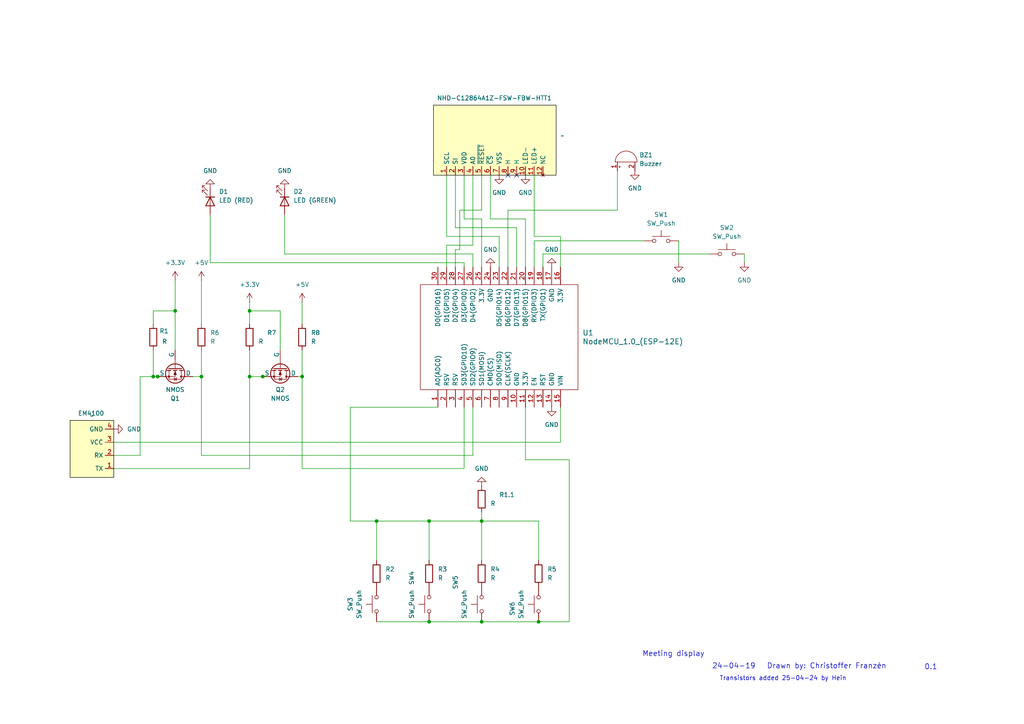
<source format=kicad_sch>
(kicad_sch
	(version 20231120)
	(generator "eeschema")
	(generator_version "8.0")
	(uuid "95b5e99e-302e-4222-afa1-0faa09b15eb9")
	(paper "A4")
	(lib_symbols
		(symbol "Device:Buzzer"
			(pin_names
				(offset 0.0254) hide)
			(exclude_from_sim no)
			(in_bom yes)
			(on_board yes)
			(property "Reference" "BZ"
				(at 3.81 1.27 0)
				(effects
					(font
						(size 1.27 1.27)
					)
					(justify left)
				)
			)
			(property "Value" "Buzzer"
				(at 3.81 -1.27 0)
				(effects
					(font
						(size 1.27 1.27)
					)
					(justify left)
				)
			)
			(property "Footprint" ""
				(at -0.635 2.54 90)
				(effects
					(font
						(size 1.27 1.27)
					)
					(hide yes)
				)
			)
			(property "Datasheet" "~"
				(at -0.635 2.54 90)
				(effects
					(font
						(size 1.27 1.27)
					)
					(hide yes)
				)
			)
			(property "Description" "Buzzer, polarized"
				(at 0 0 0)
				(effects
					(font
						(size 1.27 1.27)
					)
					(hide yes)
				)
			)
			(property "ki_keywords" "quartz resonator ceramic"
				(at 0 0 0)
				(effects
					(font
						(size 1.27 1.27)
					)
					(hide yes)
				)
			)
			(property "ki_fp_filters" "*Buzzer*"
				(at 0 0 0)
				(effects
					(font
						(size 1.27 1.27)
					)
					(hide yes)
				)
			)
			(symbol "Buzzer_0_1"
				(arc
					(start 0 -3.175)
					(mid 3.1612 0)
					(end 0 3.175)
					(stroke
						(width 0)
						(type default)
					)
					(fill
						(type none)
					)
				)
				(polyline
					(pts
						(xy -1.651 1.905) (xy -1.143 1.905)
					)
					(stroke
						(width 0)
						(type default)
					)
					(fill
						(type none)
					)
				)
				(polyline
					(pts
						(xy -1.397 2.159) (xy -1.397 1.651)
					)
					(stroke
						(width 0)
						(type default)
					)
					(fill
						(type none)
					)
				)
				(polyline
					(pts
						(xy 0 3.175) (xy 0 -3.175)
					)
					(stroke
						(width 0)
						(type default)
					)
					(fill
						(type none)
					)
				)
			)
			(symbol "Buzzer_1_1"
				(pin passive line
					(at -2.54 2.54 0)
					(length 2.54)
					(name "+"
						(effects
							(font
								(size 1.27 1.27)
							)
						)
					)
					(number "1"
						(effects
							(font
								(size 1.27 1.27)
							)
						)
					)
				)
				(pin passive line
					(at -2.54 -2.54 0)
					(length 2.54)
					(name "-"
						(effects
							(font
								(size 1.27 1.27)
							)
						)
					)
					(number "2"
						(effects
							(font
								(size 1.27 1.27)
							)
						)
					)
				)
			)
		)
		(symbol "Device:LED"
			(pin_numbers hide)
			(pin_names
				(offset 1.016) hide)
			(exclude_from_sim no)
			(in_bom yes)
			(on_board yes)
			(property "Reference" "D"
				(at 0 2.54 0)
				(effects
					(font
						(size 1.27 1.27)
					)
				)
			)
			(property "Value" "LED"
				(at 0 -2.54 0)
				(effects
					(font
						(size 1.27 1.27)
					)
				)
			)
			(property "Footprint" ""
				(at 0 0 0)
				(effects
					(font
						(size 1.27 1.27)
					)
					(hide yes)
				)
			)
			(property "Datasheet" "~"
				(at 0 0 0)
				(effects
					(font
						(size 1.27 1.27)
					)
					(hide yes)
				)
			)
			(property "Description" "Light emitting diode"
				(at 0 0 0)
				(effects
					(font
						(size 1.27 1.27)
					)
					(hide yes)
				)
			)
			(property "ki_keywords" "LED diode"
				(at 0 0 0)
				(effects
					(font
						(size 1.27 1.27)
					)
					(hide yes)
				)
			)
			(property "ki_fp_filters" "LED* LED_SMD:* LED_THT:*"
				(at 0 0 0)
				(effects
					(font
						(size 1.27 1.27)
					)
					(hide yes)
				)
			)
			(symbol "LED_0_1"
				(polyline
					(pts
						(xy -1.27 -1.27) (xy -1.27 1.27)
					)
					(stroke
						(width 0.254)
						(type default)
					)
					(fill
						(type none)
					)
				)
				(polyline
					(pts
						(xy -1.27 0) (xy 1.27 0)
					)
					(stroke
						(width 0)
						(type default)
					)
					(fill
						(type none)
					)
				)
				(polyline
					(pts
						(xy 1.27 -1.27) (xy 1.27 1.27) (xy -1.27 0) (xy 1.27 -1.27)
					)
					(stroke
						(width 0.254)
						(type default)
					)
					(fill
						(type none)
					)
				)
				(polyline
					(pts
						(xy -3.048 -0.762) (xy -4.572 -2.286) (xy -3.81 -2.286) (xy -4.572 -2.286) (xy -4.572 -1.524)
					)
					(stroke
						(width 0)
						(type default)
					)
					(fill
						(type none)
					)
				)
				(polyline
					(pts
						(xy -1.778 -0.762) (xy -3.302 -2.286) (xy -2.54 -2.286) (xy -3.302 -2.286) (xy -3.302 -1.524)
					)
					(stroke
						(width 0)
						(type default)
					)
					(fill
						(type none)
					)
				)
			)
			(symbol "LED_1_1"
				(pin passive line
					(at -3.81 0 0)
					(length 2.54)
					(name "K"
						(effects
							(font
								(size 1.27 1.27)
							)
						)
					)
					(number "1"
						(effects
							(font
								(size 1.27 1.27)
							)
						)
					)
				)
				(pin passive line
					(at 3.81 0 180)
					(length 2.54)
					(name "A"
						(effects
							(font
								(size 1.27 1.27)
							)
						)
					)
					(number "2"
						(effects
							(font
								(size 1.27 1.27)
							)
						)
					)
				)
			)
		)
		(symbol "Device:R"
			(pin_numbers hide)
			(pin_names
				(offset 0)
			)
			(exclude_from_sim no)
			(in_bom yes)
			(on_board yes)
			(property "Reference" "R"
				(at 2.032 0 90)
				(effects
					(font
						(size 1.27 1.27)
					)
				)
			)
			(property "Value" "R"
				(at 0 0 90)
				(effects
					(font
						(size 1.27 1.27)
					)
				)
			)
			(property "Footprint" ""
				(at -1.778 0 90)
				(effects
					(font
						(size 1.27 1.27)
					)
					(hide yes)
				)
			)
			(property "Datasheet" "~"
				(at 0 0 0)
				(effects
					(font
						(size 1.27 1.27)
					)
					(hide yes)
				)
			)
			(property "Description" "Resistor"
				(at 0 0 0)
				(effects
					(font
						(size 1.27 1.27)
					)
					(hide yes)
				)
			)
			(property "ki_keywords" "R res resistor"
				(at 0 0 0)
				(effects
					(font
						(size 1.27 1.27)
					)
					(hide yes)
				)
			)
			(property "ki_fp_filters" "R_*"
				(at 0 0 0)
				(effects
					(font
						(size 1.27 1.27)
					)
					(hide yes)
				)
			)
			(symbol "R_0_1"
				(rectangle
					(start -1.016 -2.54)
					(end 1.016 2.54)
					(stroke
						(width 0.254)
						(type default)
					)
					(fill
						(type none)
					)
				)
			)
			(symbol "R_1_1"
				(pin passive line
					(at 0 3.81 270)
					(length 1.27)
					(name "~"
						(effects
							(font
								(size 1.27 1.27)
							)
						)
					)
					(number "1"
						(effects
							(font
								(size 1.27 1.27)
							)
						)
					)
				)
				(pin passive line
					(at 0 -3.81 90)
					(length 1.27)
					(name "~"
						(effects
							(font
								(size 1.27 1.27)
							)
						)
					)
					(number "2"
						(effects
							(font
								(size 1.27 1.27)
							)
						)
					)
				)
			)
		)
		(symbol "ESP8266:NodeMCU_1.0_(ESP-12E)"
			(pin_names
				(offset 1.016)
			)
			(exclude_from_sim no)
			(in_bom yes)
			(on_board yes)
			(property "Reference" "U1"
				(at 1.2701 -24.13 90)
				(effects
					(font
						(size 1.524 1.524)
					)
					(justify right)
				)
			)
			(property "Value" "NodeMCU_1.0_(ESP-12E)"
				(at -1.2699 -24.13 90)
				(effects
					(font
						(size 1.524 1.524)
					)
					(justify right)
				)
			)
			(property "Footprint" ""
				(at -15.24 -21.59 0)
				(effects
					(font
						(size 1.524 1.524)
					)
				)
			)
			(property "Datasheet" ""
				(at -15.24 -21.59 0)
				(effects
					(font
						(size 1.524 1.524)
					)
				)
			)
			(property "Description" ""
				(at 0 0 0)
				(effects
					(font
						(size 1.27 1.27)
					)
					(hide yes)
				)
			)
			(symbol "NodeMCU_1.0_(ESP-12E)_0_1"
				(rectangle
					(start -15.24 22.86)
					(end 15.24 -22.86)
					(stroke
						(width 0)
						(type solid)
					)
					(fill
						(type none)
					)
				)
			)
			(symbol "NodeMCU_1.0_(ESP-12E)_1_1"
				(pin input line
					(at -20.32 17.78 0)
					(length 5.08)
					(name "A0(ADC0)"
						(effects
							(font
								(size 1.27 1.27)
							)
						)
					)
					(number "1"
						(effects
							(font
								(size 1.27 1.27)
							)
						)
					)
				)
				(pin input line
					(at -20.32 -5.08 0)
					(length 5.08)
					(name "GND"
						(effects
							(font
								(size 1.27 1.27)
							)
						)
					)
					(number "10"
						(effects
							(font
								(size 1.27 1.27)
							)
						)
					)
				)
				(pin power_out line
					(at -20.32 -7.62 0)
					(length 5.08)
					(name "3.3V"
						(effects
							(font
								(size 1.27 1.27)
							)
						)
					)
					(number "11"
						(effects
							(font
								(size 1.27 1.27)
							)
						)
					)
				)
				(pin input line
					(at -20.32 -10.16 0)
					(length 5.08)
					(name "EN"
						(effects
							(font
								(size 1.27 1.27)
							)
						)
					)
					(number "12"
						(effects
							(font
								(size 1.27 1.27)
							)
						)
					)
				)
				(pin input line
					(at -20.32 -12.7 0)
					(length 5.08)
					(name "RST"
						(effects
							(font
								(size 1.27 1.27)
							)
						)
					)
					(number "13"
						(effects
							(font
								(size 1.27 1.27)
							)
						)
					)
				)
				(pin power_in line
					(at -20.32 -15.24 0)
					(length 5.08)
					(name "GND"
						(effects
							(font
								(size 1.27 1.27)
							)
						)
					)
					(number "14"
						(effects
							(font
								(size 1.27 1.27)
							)
						)
					)
				)
				(pin power_in line
					(at -20.32 -17.78 0)
					(length 5.08)
					(name "VIN"
						(effects
							(font
								(size 1.27 1.27)
							)
						)
					)
					(number "15"
						(effects
							(font
								(size 1.27 1.27)
							)
						)
					)
				)
				(pin power_out line
					(at 20.32 -17.78 180)
					(length 5.08)
					(name "3.3V"
						(effects
							(font
								(size 1.27 1.27)
							)
						)
					)
					(number "16"
						(effects
							(font
								(size 1.27 1.27)
							)
						)
					)
				)
				(pin power_in line
					(at 20.32 -15.24 180)
					(length 5.08)
					(name "GND"
						(effects
							(font
								(size 1.27 1.27)
							)
						)
					)
					(number "17"
						(effects
							(font
								(size 1.27 1.27)
							)
						)
					)
				)
				(pin bidirectional line
					(at 20.32 -12.7 180)
					(length 5.08)
					(name "TX(GPIO1)"
						(effects
							(font
								(size 1.27 1.27)
							)
						)
					)
					(number "18"
						(effects
							(font
								(size 1.27 1.27)
							)
						)
					)
				)
				(pin bidirectional line
					(at 20.32 -10.16 180)
					(length 5.08)
					(name "RX(DPIO3)"
						(effects
							(font
								(size 1.27 1.27)
							)
						)
					)
					(number "19"
						(effects
							(font
								(size 1.27 1.27)
							)
						)
					)
				)
				(pin input line
					(at -20.32 15.24 0)
					(length 5.08)
					(name "RSV"
						(effects
							(font
								(size 1.27 1.27)
							)
						)
					)
					(number "2"
						(effects
							(font
								(size 1.27 1.27)
							)
						)
					)
				)
				(pin bidirectional line
					(at 20.32 -7.62 180)
					(length 5.08)
					(name "D8(GPIO15)"
						(effects
							(font
								(size 1.27 1.27)
							)
						)
					)
					(number "20"
						(effects
							(font
								(size 1.27 1.27)
							)
						)
					)
				)
				(pin bidirectional line
					(at 20.32 -5.08 180)
					(length 5.08)
					(name "D7(GPIO13)"
						(effects
							(font
								(size 1.27 1.27)
							)
						)
					)
					(number "21"
						(effects
							(font
								(size 1.27 1.27)
							)
						)
					)
				)
				(pin bidirectional line
					(at 20.32 -2.54 180)
					(length 5.08)
					(name "D6(GPIO12)"
						(effects
							(font
								(size 1.27 1.27)
							)
						)
					)
					(number "22"
						(effects
							(font
								(size 1.27 1.27)
							)
						)
					)
				)
				(pin bidirectional line
					(at 20.32 0 180)
					(length 5.08)
					(name "D5(GPIO14)"
						(effects
							(font
								(size 1.27 1.27)
							)
						)
					)
					(number "23"
						(effects
							(font
								(size 1.27 1.27)
							)
						)
					)
				)
				(pin power_in line
					(at 20.32 2.54 180)
					(length 5.08)
					(name "GND"
						(effects
							(font
								(size 1.27 1.27)
							)
						)
					)
					(number "24"
						(effects
							(font
								(size 1.27 1.27)
							)
						)
					)
				)
				(pin power_out line
					(at 20.32 5.08 180)
					(length 5.08)
					(name "3.3V"
						(effects
							(font
								(size 1.27 1.27)
							)
						)
					)
					(number "25"
						(effects
							(font
								(size 1.27 1.27)
							)
						)
					)
				)
				(pin bidirectional line
					(at 20.32 7.62 180)
					(length 5.08)
					(name "D4(GPIO2)"
						(effects
							(font
								(size 1.27 1.27)
							)
						)
					)
					(number "26"
						(effects
							(font
								(size 1.27 1.27)
							)
						)
					)
				)
				(pin bidirectional line
					(at 20.32 10.16 180)
					(length 5.08)
					(name "D3(GPIO0)"
						(effects
							(font
								(size 1.27 1.27)
							)
						)
					)
					(number "27"
						(effects
							(font
								(size 1.27 1.27)
							)
						)
					)
				)
				(pin bidirectional line
					(at 20.32 12.7 180)
					(length 5.08)
					(name "D2(GPIO4)"
						(effects
							(font
								(size 1.27 1.27)
							)
						)
					)
					(number "28"
						(effects
							(font
								(size 1.27 1.27)
							)
						)
					)
				)
				(pin bidirectional line
					(at 20.32 15.24 180)
					(length 5.08)
					(name "D1(GPIO5)"
						(effects
							(font
								(size 1.27 1.27)
							)
						)
					)
					(number "29"
						(effects
							(font
								(size 1.27 1.27)
							)
						)
					)
				)
				(pin input line
					(at -20.32 12.7 0)
					(length 5.08)
					(name "RSV"
						(effects
							(font
								(size 1.27 1.27)
							)
						)
					)
					(number "3"
						(effects
							(font
								(size 1.27 1.27)
							)
						)
					)
				)
				(pin bidirectional line
					(at 20.32 17.78 180)
					(length 5.08)
					(name "D0(GPIO16)"
						(effects
							(font
								(size 1.27 1.27)
							)
						)
					)
					(number "30"
						(effects
							(font
								(size 1.27 1.27)
							)
						)
					)
				)
				(pin bidirectional line
					(at -20.32 10.16 0)
					(length 5.08)
					(name "SD3(GPIO10)"
						(effects
							(font
								(size 1.27 1.27)
							)
						)
					)
					(number "4"
						(effects
							(font
								(size 1.27 1.27)
							)
						)
					)
				)
				(pin bidirectional line
					(at -20.32 7.62 0)
					(length 5.08)
					(name "SD2(GPIO9)"
						(effects
							(font
								(size 1.27 1.27)
							)
						)
					)
					(number "5"
						(effects
							(font
								(size 1.27 1.27)
							)
						)
					)
				)
				(pin bidirectional line
					(at -20.32 5.08 0)
					(length 5.08)
					(name "SD1(MOSI)"
						(effects
							(font
								(size 1.27 1.27)
							)
						)
					)
					(number "6"
						(effects
							(font
								(size 1.27 1.27)
							)
						)
					)
				)
				(pin bidirectional line
					(at -20.32 2.54 0)
					(length 5.08)
					(name "CMD(CS)"
						(effects
							(font
								(size 1.27 1.27)
							)
						)
					)
					(number "7"
						(effects
							(font
								(size 1.27 1.27)
							)
						)
					)
				)
				(pin bidirectional line
					(at -20.32 0 0)
					(length 5.08)
					(name "SDO(MISO)"
						(effects
							(font
								(size 1.27 1.27)
							)
						)
					)
					(number "8"
						(effects
							(font
								(size 1.27 1.27)
							)
						)
					)
				)
				(pin bidirectional line
					(at -20.32 -2.54 0)
					(length 5.08)
					(name "CLK(SCLK)"
						(effects
							(font
								(size 1.27 1.27)
							)
						)
					)
					(number "9"
						(effects
							(font
								(size 1.27 1.27)
							)
						)
					)
				)
			)
		)
		(symbol "NHD_NHD:C12864A1Z-FSW-FBW-HTT"
			(exclude_from_sim no)
			(in_bom yes)
			(on_board yes)
			(property "Reference" "NHD-C12864A1Z-FSW-FBW-HTT"
				(at -40.64 73.914 0)
				(effects
					(font
						(size 1.27 1.27)
					)
				)
			)
			(property "Value" ""
				(at -14.986 68.072 0)
				(effects
					(font
						(size 1.27 1.27)
					)
				)
			)
			(property "Footprint" ""
				(at -14.986 68.072 0)
				(effects
					(font
						(size 1.27 1.27)
					)
					(hide yes)
				)
			)
			(property "Datasheet" ""
				(at -14.986 68.072 0)
				(effects
					(font
						(size 1.27 1.27)
					)
					(hide yes)
				)
			)
			(property "Description" ""
				(at -14.986 68.072 0)
				(effects
					(font
						(size 1.27 1.27)
					)
					(hide yes)
				)
			)
			(symbol "C12864A1Z-FSW-FBW-HTT_1_1"
				(rectangle
					(start -50.8 71.12)
					(end -30.48 35.56)
					(stroke
						(width 0)
						(type default)
						(color 0 0 0 1)
					)
					(fill
						(type background)
					)
				)
				(pin input line
					(at -50.8 67.31 0)
					(length 2.54)
					(name "SCL"
						(effects
							(font
								(size 1.27 1.27)
							)
						)
					)
					(number "1"
						(effects
							(font
								(size 1.27 1.27)
							)
						)
					)
				)
				(pin power_in line
					(at -50.8 44.45 0)
					(length 2.54)
					(name "LED-"
						(effects
							(font
								(size 1.27 1.27)
							)
						)
					)
					(number "10"
						(effects
							(font
								(size 1.27 1.27)
							)
						)
					)
				)
				(pin power_in line
					(at -50.8 41.91 0)
					(length 2.54)
					(name "LED+"
						(effects
							(font
								(size 1.27 1.27)
							)
						)
					)
					(number "11"
						(effects
							(font
								(size 1.27 1.27)
							)
						)
					)
				)
				(pin no_connect line
					(at -50.8 39.37 0)
					(length 2.54)
					(name "NC"
						(effects
							(font
								(size 1.27 1.27)
							)
						)
					)
					(number "12"
						(effects
							(font
								(size 1.27 1.27)
							)
						)
					)
				)
				(pin input line
					(at -50.8 64.77 0)
					(length 2.54)
					(name "SI"
						(effects
							(font
								(size 1.27 1.27)
							)
						)
					)
					(number "2"
						(effects
							(font
								(size 1.27 1.27)
							)
						)
					)
				)
				(pin power_in line
					(at -50.8 62.23 0)
					(length 2.54)
					(name "VDD"
						(effects
							(font
								(size 1.27 1.27)
							)
						)
					)
					(number "3"
						(effects
							(font
								(size 1.27 1.27)
							)
						)
					)
				)
				(pin input line
					(at -50.8 59.69 0)
					(length 2.54)
					(name "A0"
						(effects
							(font
								(size 1.27 1.27)
							)
						)
					)
					(number "4"
						(effects
							(font
								(size 1.27 1.27)
							)
						)
					)
				)
				(pin input line
					(at -50.8 57.15 0)
					(length 2.54)
					(name "~{RESET}"
						(effects
							(font
								(size 1.27 1.27)
							)
						)
					)
					(number "5"
						(effects
							(font
								(size 1.27 1.27)
							)
						)
					)
				)
				(pin input line
					(at -50.8 54.61 0)
					(length 2.54)
					(name "~{CS}"
						(effects
							(font
								(size 1.27 1.27)
							)
						)
					)
					(number "6"
						(effects
							(font
								(size 1.27 1.27)
							)
						)
					)
				)
				(pin power_in line
					(at -50.8 52.07 0)
					(length 2.54)
					(name "VSS"
						(effects
							(font
								(size 1.27 1.27)
							)
						)
					)
					(number "7"
						(effects
							(font
								(size 1.27 1.27)
							)
						)
					)
				)
				(pin power_in line
					(at -50.8 49.53 0)
					(length 2.54)
					(name "H"
						(effects
							(font
								(size 1.27 1.27)
							)
						)
					)
					(number "8"
						(effects
							(font
								(size 1.27 1.27)
							)
						)
					)
				)
				(pin power_in line
					(at -50.8 46.99 0)
					(length 2.54)
					(name "H"
						(effects
							(font
								(size 1.27 1.27)
							)
						)
					)
					(number "9"
						(effects
							(font
								(size 1.27 1.27)
							)
						)
					)
				)
			)
		)
		(symbol "SSG_RFID:125KHz_RFID_Reader_EM4100_Wireless_113020002"
			(exclude_from_sim no)
			(in_bom yes)
			(on_board yes)
			(property "Reference" "EM4100"
				(at -0.254 8.89 0)
				(effects
					(font
						(size 1.27 1.27)
					)
				)
			)
			(property "Value" ""
				(at 4.572 8.636 0)
				(effects
					(font
						(size 1.27 1.27)
					)
				)
			)
			(property "Footprint" ""
				(at 4.572 8.636 0)
				(effects
					(font
						(size 1.27 1.27)
					)
					(hide yes)
				)
			)
			(property "Datasheet" ""
				(at 4.572 8.636 0)
				(effects
					(font
						(size 1.27 1.27)
					)
					(hide yes)
				)
			)
			(property "Description" ""
				(at 4.572 8.636 0)
				(effects
					(font
						(size 1.27 1.27)
					)
					(hide yes)
				)
			)
			(symbol "125KHz_RFID_Reader_EM4100_Wireless_113020002_1_1"
				(rectangle
					(start -6.35 7.62)
					(end 6.35 -8.89)
					(stroke
						(width 0)
						(type default)
						(color 0 0 0 1)
					)
					(fill
						(type background)
					)
				)
				(pin input line
					(at -6.35 5.08 0)
					(length 2.54)
					(name "TX"
						(effects
							(font
								(size 1.27 1.27)
							)
						)
					)
					(number "1"
						(effects
							(font
								(size 1.27 1.27)
							)
						)
					)
				)
				(pin input line
					(at -6.35 1.27 0)
					(length 2.54)
					(name "RX"
						(effects
							(font
								(size 1.27 1.27)
							)
						)
					)
					(number "2"
						(effects
							(font
								(size 1.27 1.27)
							)
						)
					)
				)
				(pin power_in line
					(at -6.35 -2.54 0)
					(length 2.54)
					(name "VCC"
						(effects
							(font
								(size 1.27 1.27)
							)
						)
					)
					(number "3"
						(effects
							(font
								(size 1.27 1.27)
							)
						)
					)
				)
				(pin power_in line
					(at -6.35 -6.35 0)
					(length 2.54)
					(name "GND"
						(effects
							(font
								(size 1.27 1.27)
							)
						)
					)
					(number "4"
						(effects
							(font
								(size 1.27 1.27)
							)
						)
					)
				)
			)
		)
		(symbol "Simulation_SPICE:NMOS"
			(pin_numbers hide)
			(pin_names
				(offset 0)
			)
			(exclude_from_sim no)
			(in_bom yes)
			(on_board yes)
			(property "Reference" "Q"
				(at 5.08 1.27 0)
				(effects
					(font
						(size 1.27 1.27)
					)
					(justify left)
				)
			)
			(property "Value" "NMOS"
				(at 5.08 -1.27 0)
				(effects
					(font
						(size 1.27 1.27)
					)
					(justify left)
				)
			)
			(property "Footprint" ""
				(at 5.08 2.54 0)
				(effects
					(font
						(size 1.27 1.27)
					)
					(hide yes)
				)
			)
			(property "Datasheet" "https://ngspice.sourceforge.io/docs/ngspice-html-manual/manual.xhtml#cha_MOSFETs"
				(at 0 -12.7 0)
				(effects
					(font
						(size 1.27 1.27)
					)
					(hide yes)
				)
			)
			(property "Description" "N-MOSFET transistor, drain/source/gate"
				(at 0 0 0)
				(effects
					(font
						(size 1.27 1.27)
					)
					(hide yes)
				)
			)
			(property "Sim.Device" "NMOS"
				(at 0 -17.145 0)
				(effects
					(font
						(size 1.27 1.27)
					)
					(hide yes)
				)
			)
			(property "Sim.Type" "VDMOS"
				(at 0 -19.05 0)
				(effects
					(font
						(size 1.27 1.27)
					)
					(hide yes)
				)
			)
			(property "Sim.Pins" "1=D 2=G 3=S"
				(at 0 -15.24 0)
				(effects
					(font
						(size 1.27 1.27)
					)
					(hide yes)
				)
			)
			(property "ki_keywords" "transistor NMOS N-MOS N-MOSFET simulation"
				(at 0 0 0)
				(effects
					(font
						(size 1.27 1.27)
					)
					(hide yes)
				)
			)
			(symbol "NMOS_0_1"
				(polyline
					(pts
						(xy 0.254 0) (xy -2.54 0)
					)
					(stroke
						(width 0)
						(type default)
					)
					(fill
						(type none)
					)
				)
				(polyline
					(pts
						(xy 0.254 1.905) (xy 0.254 -1.905)
					)
					(stroke
						(width 0.254)
						(type default)
					)
					(fill
						(type none)
					)
				)
				(polyline
					(pts
						(xy 0.762 -1.27) (xy 0.762 -2.286)
					)
					(stroke
						(width 0.254)
						(type default)
					)
					(fill
						(type none)
					)
				)
				(polyline
					(pts
						(xy 0.762 0.508) (xy 0.762 -0.508)
					)
					(stroke
						(width 0.254)
						(type default)
					)
					(fill
						(type none)
					)
				)
				(polyline
					(pts
						(xy 0.762 2.286) (xy 0.762 1.27)
					)
					(stroke
						(width 0.254)
						(type default)
					)
					(fill
						(type none)
					)
				)
				(polyline
					(pts
						(xy 2.54 2.54) (xy 2.54 1.778)
					)
					(stroke
						(width 0)
						(type default)
					)
					(fill
						(type none)
					)
				)
				(polyline
					(pts
						(xy 2.54 -2.54) (xy 2.54 0) (xy 0.762 0)
					)
					(stroke
						(width 0)
						(type default)
					)
					(fill
						(type none)
					)
				)
				(polyline
					(pts
						(xy 0.762 -1.778) (xy 3.302 -1.778) (xy 3.302 1.778) (xy 0.762 1.778)
					)
					(stroke
						(width 0)
						(type default)
					)
					(fill
						(type none)
					)
				)
				(polyline
					(pts
						(xy 1.016 0) (xy 2.032 0.381) (xy 2.032 -0.381) (xy 1.016 0)
					)
					(stroke
						(width 0)
						(type default)
					)
					(fill
						(type outline)
					)
				)
				(polyline
					(pts
						(xy 2.794 0.508) (xy 2.921 0.381) (xy 3.683 0.381) (xy 3.81 0.254)
					)
					(stroke
						(width 0)
						(type default)
					)
					(fill
						(type none)
					)
				)
				(polyline
					(pts
						(xy 3.302 0.381) (xy 2.921 -0.254) (xy 3.683 -0.254) (xy 3.302 0.381)
					)
					(stroke
						(width 0)
						(type default)
					)
					(fill
						(type none)
					)
				)
				(circle
					(center 1.651 0)
					(radius 2.794)
					(stroke
						(width 0.254)
						(type default)
					)
					(fill
						(type none)
					)
				)
				(circle
					(center 2.54 -1.778)
					(radius 0.254)
					(stroke
						(width 0)
						(type default)
					)
					(fill
						(type outline)
					)
				)
				(circle
					(center 2.54 1.778)
					(radius 0.254)
					(stroke
						(width 0)
						(type default)
					)
					(fill
						(type outline)
					)
				)
			)
			(symbol "NMOS_1_1"
				(pin passive line
					(at 2.54 5.08 270)
					(length 2.54)
					(name "D"
						(effects
							(font
								(size 1.27 1.27)
							)
						)
					)
					(number "1"
						(effects
							(font
								(size 1.27 1.27)
							)
						)
					)
				)
				(pin input line
					(at -5.08 0 0)
					(length 2.54)
					(name "G"
						(effects
							(font
								(size 1.27 1.27)
							)
						)
					)
					(number "2"
						(effects
							(font
								(size 1.27 1.27)
							)
						)
					)
				)
				(pin passive line
					(at 2.54 -5.08 90)
					(length 2.54)
					(name "S"
						(effects
							(font
								(size 1.27 1.27)
							)
						)
					)
					(number "3"
						(effects
							(font
								(size 1.27 1.27)
							)
						)
					)
				)
			)
		)
		(symbol "Switch:SW_Push"
			(pin_numbers hide)
			(pin_names
				(offset 1.016) hide)
			(exclude_from_sim no)
			(in_bom yes)
			(on_board yes)
			(property "Reference" "SW"
				(at 1.27 2.54 0)
				(effects
					(font
						(size 1.27 1.27)
					)
					(justify left)
				)
			)
			(property "Value" "SW_Push"
				(at 0 -1.524 0)
				(effects
					(font
						(size 1.27 1.27)
					)
				)
			)
			(property "Footprint" ""
				(at 0 5.08 0)
				(effects
					(font
						(size 1.27 1.27)
					)
					(hide yes)
				)
			)
			(property "Datasheet" "~"
				(at 0 5.08 0)
				(effects
					(font
						(size 1.27 1.27)
					)
					(hide yes)
				)
			)
			(property "Description" "Push button switch, generic, two pins"
				(at 0 0 0)
				(effects
					(font
						(size 1.27 1.27)
					)
					(hide yes)
				)
			)
			(property "ki_keywords" "switch normally-open pushbutton push-button"
				(at 0 0 0)
				(effects
					(font
						(size 1.27 1.27)
					)
					(hide yes)
				)
			)
			(symbol "SW_Push_0_1"
				(circle
					(center -2.032 0)
					(radius 0.508)
					(stroke
						(width 0)
						(type default)
					)
					(fill
						(type none)
					)
				)
				(polyline
					(pts
						(xy 0 1.27) (xy 0 3.048)
					)
					(stroke
						(width 0)
						(type default)
					)
					(fill
						(type none)
					)
				)
				(polyline
					(pts
						(xy 2.54 1.27) (xy -2.54 1.27)
					)
					(stroke
						(width 0)
						(type default)
					)
					(fill
						(type none)
					)
				)
				(circle
					(center 2.032 0)
					(radius 0.508)
					(stroke
						(width 0)
						(type default)
					)
					(fill
						(type none)
					)
				)
				(pin passive line
					(at -5.08 0 0)
					(length 2.54)
					(name "1"
						(effects
							(font
								(size 1.27 1.27)
							)
						)
					)
					(number "1"
						(effects
							(font
								(size 1.27 1.27)
							)
						)
					)
				)
				(pin passive line
					(at 5.08 0 180)
					(length 2.54)
					(name "2"
						(effects
							(font
								(size 1.27 1.27)
							)
						)
					)
					(number "2"
						(effects
							(font
								(size 1.27 1.27)
							)
						)
					)
				)
			)
		)
		(symbol "power:+3.3V"
			(power)
			(pin_numbers hide)
			(pin_names
				(offset 0) hide)
			(exclude_from_sim no)
			(in_bom yes)
			(on_board yes)
			(property "Reference" "#PWR"
				(at 0 -3.81 0)
				(effects
					(font
						(size 1.27 1.27)
					)
					(hide yes)
				)
			)
			(property "Value" "+3.3V"
				(at 0 3.556 0)
				(effects
					(font
						(size 1.27 1.27)
					)
				)
			)
			(property "Footprint" ""
				(at 0 0 0)
				(effects
					(font
						(size 1.27 1.27)
					)
					(hide yes)
				)
			)
			(property "Datasheet" ""
				(at 0 0 0)
				(effects
					(font
						(size 1.27 1.27)
					)
					(hide yes)
				)
			)
			(property "Description" "Power symbol creates a global label with name \"+3.3V\""
				(at 0 0 0)
				(effects
					(font
						(size 1.27 1.27)
					)
					(hide yes)
				)
			)
			(property "ki_keywords" "global power"
				(at 0 0 0)
				(effects
					(font
						(size 1.27 1.27)
					)
					(hide yes)
				)
			)
			(symbol "+3.3V_0_1"
				(polyline
					(pts
						(xy -0.762 1.27) (xy 0 2.54)
					)
					(stroke
						(width 0)
						(type default)
					)
					(fill
						(type none)
					)
				)
				(polyline
					(pts
						(xy 0 0) (xy 0 2.54)
					)
					(stroke
						(width 0)
						(type default)
					)
					(fill
						(type none)
					)
				)
				(polyline
					(pts
						(xy 0 2.54) (xy 0.762 1.27)
					)
					(stroke
						(width 0)
						(type default)
					)
					(fill
						(type none)
					)
				)
			)
			(symbol "+3.3V_1_1"
				(pin power_in line
					(at 0 0 90)
					(length 0)
					(name "~"
						(effects
							(font
								(size 1.27 1.27)
							)
						)
					)
					(number "1"
						(effects
							(font
								(size 1.27 1.27)
							)
						)
					)
				)
			)
		)
		(symbol "power:+5V"
			(power)
			(pin_numbers hide)
			(pin_names
				(offset 0) hide)
			(exclude_from_sim no)
			(in_bom yes)
			(on_board yes)
			(property "Reference" "#PWR"
				(at 0 -3.81 0)
				(effects
					(font
						(size 1.27 1.27)
					)
					(hide yes)
				)
			)
			(property "Value" "+5V"
				(at 0 3.556 0)
				(effects
					(font
						(size 1.27 1.27)
					)
				)
			)
			(property "Footprint" ""
				(at 0 0 0)
				(effects
					(font
						(size 1.27 1.27)
					)
					(hide yes)
				)
			)
			(property "Datasheet" ""
				(at 0 0 0)
				(effects
					(font
						(size 1.27 1.27)
					)
					(hide yes)
				)
			)
			(property "Description" "Power symbol creates a global label with name \"+5V\""
				(at 0 0 0)
				(effects
					(font
						(size 1.27 1.27)
					)
					(hide yes)
				)
			)
			(property "ki_keywords" "global power"
				(at 0 0 0)
				(effects
					(font
						(size 1.27 1.27)
					)
					(hide yes)
				)
			)
			(symbol "+5V_0_1"
				(polyline
					(pts
						(xy -0.762 1.27) (xy 0 2.54)
					)
					(stroke
						(width 0)
						(type default)
					)
					(fill
						(type none)
					)
				)
				(polyline
					(pts
						(xy 0 0) (xy 0 2.54)
					)
					(stroke
						(width 0)
						(type default)
					)
					(fill
						(type none)
					)
				)
				(polyline
					(pts
						(xy 0 2.54) (xy 0.762 1.27)
					)
					(stroke
						(width 0)
						(type default)
					)
					(fill
						(type none)
					)
				)
			)
			(symbol "+5V_1_1"
				(pin power_in line
					(at 0 0 90)
					(length 0)
					(name "~"
						(effects
							(font
								(size 1.27 1.27)
							)
						)
					)
					(number "1"
						(effects
							(font
								(size 1.27 1.27)
							)
						)
					)
				)
			)
		)
		(symbol "power:GND"
			(power)
			(pin_numbers hide)
			(pin_names
				(offset 0) hide)
			(exclude_from_sim no)
			(in_bom yes)
			(on_board yes)
			(property "Reference" "#PWR"
				(at 0 -6.35 0)
				(effects
					(font
						(size 1.27 1.27)
					)
					(hide yes)
				)
			)
			(property "Value" "GND"
				(at 0 -3.81 0)
				(effects
					(font
						(size 1.27 1.27)
					)
				)
			)
			(property "Footprint" ""
				(at 0 0 0)
				(effects
					(font
						(size 1.27 1.27)
					)
					(hide yes)
				)
			)
			(property "Datasheet" ""
				(at 0 0 0)
				(effects
					(font
						(size 1.27 1.27)
					)
					(hide yes)
				)
			)
			(property "Description" "Power symbol creates a global label with name \"GND\" , ground"
				(at 0 0 0)
				(effects
					(font
						(size 1.27 1.27)
					)
					(hide yes)
				)
			)
			(property "ki_keywords" "global power"
				(at 0 0 0)
				(effects
					(font
						(size 1.27 1.27)
					)
					(hide yes)
				)
			)
			(symbol "GND_0_1"
				(polyline
					(pts
						(xy 0 0) (xy 0 -1.27) (xy 1.27 -1.27) (xy 0 -2.54) (xy -1.27 -1.27) (xy 0 -1.27)
					)
					(stroke
						(width 0)
						(type default)
					)
					(fill
						(type none)
					)
				)
			)
			(symbol "GND_1_1"
				(pin power_in line
					(at 0 0 270)
					(length 0)
					(name "~"
						(effects
							(font
								(size 1.27 1.27)
							)
						)
					)
					(number "1"
						(effects
							(font
								(size 1.27 1.27)
							)
						)
					)
				)
			)
		)
	)
	(junction
		(at 124.46 180.34)
		(diameter 0)
		(color 0 0 0 0)
		(uuid "207c17e2-d1ba-4d3a-bd42-6f13f5600257")
	)
	(junction
		(at 109.22 151.13)
		(diameter 0)
		(color 0 0 0 0)
		(uuid "23b399a0-7abf-44a3-bc7a-376a890e2189")
	)
	(junction
		(at 76.2 109.22)
		(diameter 0)
		(color 0 0 0 0)
		(uuid "2a435731-e735-4e8d-b2ce-402953afeed2")
	)
	(junction
		(at 72.39 109.22)
		(diameter 0)
		(color 0 0 0 0)
		(uuid "7d200842-cdf9-4632-a9f2-248eb090af0f")
	)
	(junction
		(at 139.7 180.34)
		(diameter 0)
		(color 0 0 0 0)
		(uuid "8363916f-7def-453e-9035-47d32016e9e0")
	)
	(junction
		(at 58.42 109.22)
		(diameter 0)
		(color 0 0 0 0)
		(uuid "83d98b1c-240a-4d5c-b28e-2cb367fff675")
	)
	(junction
		(at 44.45 109.22)
		(diameter 0)
		(color 0 0 0 0)
		(uuid "8d3776c7-12f0-4d4e-8f5f-74e9dd943b7d")
	)
	(junction
		(at 156.21 180.34)
		(diameter 0)
		(color 0 0 0 0)
		(uuid "a48e2dce-4974-4e5a-b7b9-c3385120a501")
	)
	(junction
		(at 124.46 151.13)
		(diameter 0)
		(color 0 0 0 0)
		(uuid "b7db0d40-7062-454d-890e-33c348ae5a0f")
	)
	(junction
		(at 87.63 109.22)
		(diameter 0)
		(color 0 0 0 0)
		(uuid "c1c30d0b-5b4f-417a-abed-d28a29f97266")
	)
	(junction
		(at 139.7 151.13)
		(diameter 0)
		(color 0 0 0 0)
		(uuid "c8aafd32-d93f-4e5f-afd6-9f4270004d22")
	)
	(junction
		(at 45.72 109.22)
		(diameter 0)
		(color 0 0 0 0)
		(uuid "c99f6407-706f-498a-b9c2-2a744272a5ba")
	)
	(junction
		(at 72.39 90.17)
		(diameter 0)
		(color 0 0 0 0)
		(uuid "d4ea2dc0-2b24-415d-b729-9eef8edb3547")
	)
	(junction
		(at 50.8 90.17)
		(diameter 0)
		(color 0 0 0 0)
		(uuid "f2d60b4f-4c16-417e-afe1-b049a0078ee0")
	)
	(no_connect
		(at 149.86 50.8)
		(uuid "9611cc29-4e2f-4121-b936-60ab71ebeb7e")
	)
	(no_connect
		(at 147.32 50.8)
		(uuid "a37570c1-f15a-4d08-a7b2-e0db3a69c4a2")
	)
	(wire
		(pts
			(xy 152.4 133.35) (xy 152.4 118.11)
		)
		(stroke
			(width 0)
			(type default)
		)
		(uuid "071d6f4f-df77-4530-a339-699e15d95816")
	)
	(wire
		(pts
			(xy 82.55 73.66) (xy 137.16 73.66)
		)
		(stroke
			(width 0)
			(type default)
		)
		(uuid "09539b51-1aa2-4c9a-9680-e164c9f5214b")
	)
	(wire
		(pts
			(xy 58.42 132.08) (xy 137.16 132.08)
		)
		(stroke
			(width 0)
			(type default)
		)
		(uuid "0a859980-8025-4b62-bb79-dae1a60ee1d2")
	)
	(wire
		(pts
			(xy 87.63 135.89) (xy 134.62 135.89)
		)
		(stroke
			(width 0)
			(type default)
		)
		(uuid "0c27f71c-53e3-45da-807a-3c6f138a545f")
	)
	(wire
		(pts
			(xy 156.21 180.34) (xy 165.1 180.34)
		)
		(stroke
			(width 0)
			(type default)
		)
		(uuid "0dec1cee-f0db-4e5e-898b-b6059cc3c2f6")
	)
	(wire
		(pts
			(xy 58.42 81.28) (xy 58.42 93.98)
		)
		(stroke
			(width 0)
			(type default)
		)
		(uuid "13eacab0-ffaf-4243-bc07-77aef5d5fd50")
	)
	(wire
		(pts
			(xy 139.7 151.13) (xy 156.21 151.13)
		)
		(stroke
			(width 0)
			(type default)
		)
		(uuid "1d294dca-a9fa-4be6-9560-291e1ab48e24")
	)
	(wire
		(pts
			(xy 33.02 132.08) (xy 40.64 132.08)
		)
		(stroke
			(width 0)
			(type default)
		)
		(uuid "1e9f011d-9e74-4d81-ab2f-6d905a80ec71")
	)
	(wire
		(pts
			(xy 142.24 50.8) (xy 142.24 63.5)
		)
		(stroke
			(width 0)
			(type default)
		)
		(uuid "228b9a60-cb8b-4073-b4f6-4bc0c7383c5a")
	)
	(wire
		(pts
			(xy 162.56 68.58) (xy 162.56 77.47)
		)
		(stroke
			(width 0)
			(type default)
		)
		(uuid "22b4309b-d620-4d12-b189-bafa54c557f7")
	)
	(wire
		(pts
			(xy 109.22 151.13) (xy 124.46 151.13)
		)
		(stroke
			(width 0)
			(type default)
		)
		(uuid "286a5cbb-91b4-41e7-bd91-887b9b0386a7")
	)
	(wire
		(pts
			(xy 55.88 109.22) (xy 58.42 109.22)
		)
		(stroke
			(width 0)
			(type default)
		)
		(uuid "28d126b3-c320-41e8-8653-71c095a3f91b")
	)
	(wire
		(pts
			(xy 149.86 66.04) (xy 149.86 77.47)
		)
		(stroke
			(width 0)
			(type default)
		)
		(uuid "2f4b1e2e-adcd-4c6b-a3ff-ff2bb11bfa1d")
	)
	(wire
		(pts
			(xy 72.39 109.22) (xy 76.2 109.22)
		)
		(stroke
			(width 0)
			(type default)
		)
		(uuid "33cbb872-c543-4ece-83a0-100b07ee989f")
	)
	(wire
		(pts
			(xy 154.94 68.58) (xy 162.56 68.58)
		)
		(stroke
			(width 0)
			(type default)
		)
		(uuid "348ea061-ed97-41e5-97f8-22360254d86b")
	)
	(wire
		(pts
			(xy 72.39 90.17) (xy 72.39 93.98)
		)
		(stroke
			(width 0)
			(type default)
		)
		(uuid "34f292d6-282d-440f-a368-9900dc7a2919")
	)
	(wire
		(pts
			(xy 44.45 90.17) (xy 44.45 93.98)
		)
		(stroke
			(width 0)
			(type default)
		)
		(uuid "35b5b968-958f-4ffc-975d-fcbb5a889bd1")
	)
	(wire
		(pts
			(xy 156.21 151.13) (xy 156.21 162.56)
		)
		(stroke
			(width 0)
			(type default)
		)
		(uuid "36c651f1-d87c-4d41-96bb-42abb1151a10")
	)
	(wire
		(pts
			(xy 133.35 72.39) (xy 132.08 72.39)
		)
		(stroke
			(width 0)
			(type default)
		)
		(uuid "3f874c19-db7d-489b-82a2-969cd750924b")
	)
	(wire
		(pts
			(xy 147.32 60.96) (xy 179.07 60.96)
		)
		(stroke
			(width 0)
			(type default)
		)
		(uuid "460334ec-5f14-480f-868a-e73b7f6036af")
	)
	(wire
		(pts
			(xy 134.62 76.2) (xy 60.96 76.2)
		)
		(stroke
			(width 0)
			(type default)
		)
		(uuid "4b0cb45e-29d7-4930-a6ab-46ca48a261e0")
	)
	(wire
		(pts
			(xy 86.36 109.22) (xy 87.63 109.22)
		)
		(stroke
			(width 0)
			(type default)
		)
		(uuid "4c9c66e8-47b3-40ce-9d63-785ac1362d0e")
	)
	(wire
		(pts
			(xy 124.46 180.34) (xy 139.7 180.34)
		)
		(stroke
			(width 0)
			(type default)
		)
		(uuid "559e53ec-c369-48b5-b877-9f655f7c520f")
	)
	(wire
		(pts
			(xy 81.28 90.17) (xy 72.39 90.17)
		)
		(stroke
			(width 0)
			(type default)
		)
		(uuid "59a26d46-b9a5-4490-b49f-b8560a301071")
	)
	(wire
		(pts
			(xy 139.7 148.59) (xy 139.7 151.13)
		)
		(stroke
			(width 0)
			(type default)
		)
		(uuid "5cbd35ff-7bba-4e3f-9123-81d55830659f")
	)
	(wire
		(pts
			(xy 50.8 90.17) (xy 50.8 101.6)
		)
		(stroke
			(width 0)
			(type default)
		)
		(uuid "5e3be6be-c4b2-4539-80c1-3b700efdfe8c")
	)
	(wire
		(pts
			(xy 72.39 109.22) (xy 72.39 135.89)
		)
		(stroke
			(width 0)
			(type default)
		)
		(uuid "609968fc-d776-4aa3-be4a-6e371148ed37")
	)
	(wire
		(pts
			(xy 139.7 63.5) (xy 134.62 63.5)
		)
		(stroke
			(width 0)
			(type default)
		)
		(uuid "6309a5a8-9fdb-4886-b775-226e3d9afd0e")
	)
	(wire
		(pts
			(xy 44.45 109.22) (xy 45.72 109.22)
		)
		(stroke
			(width 0)
			(type default)
		)
		(uuid "674f0d5b-d6c7-43f1-9806-e62d0b95776f")
	)
	(wire
		(pts
			(xy 144.78 68.58) (xy 144.78 77.47)
		)
		(stroke
			(width 0)
			(type default)
		)
		(uuid "6980fa64-8af2-4aa3-92f9-c315e2f78574")
	)
	(wire
		(pts
			(xy 76.2 109.22) (xy 77.47 109.22)
		)
		(stroke
			(width 0)
			(type default)
		)
		(uuid "6e4d6f69-ba64-4618-9dd0-2a6665c6fbc9")
	)
	(wire
		(pts
			(xy 87.63 109.22) (xy 87.63 101.6)
		)
		(stroke
			(width 0)
			(type default)
		)
		(uuid "6eb91ecd-cbeb-4491-bd81-2ddba4e11fe8")
	)
	(wire
		(pts
			(xy 50.8 81.28) (xy 50.8 90.17)
		)
		(stroke
			(width 0)
			(type default)
		)
		(uuid "70a871b9-619e-48aa-b7f3-70e6da2b5061")
	)
	(wire
		(pts
			(xy 162.56 118.11) (xy 162.56 128.27)
		)
		(stroke
			(width 0)
			(type default)
		)
		(uuid "73c70a54-589a-4a5d-9677-2dcfeba235e5")
	)
	(wire
		(pts
			(xy 129.54 71.12) (xy 129.54 77.47)
		)
		(stroke
			(width 0)
			(type default)
		)
		(uuid "75a50c73-f669-4889-9c32-b54c107bf0a9")
	)
	(wire
		(pts
			(xy 87.63 87.63) (xy 87.63 93.98)
		)
		(stroke
			(width 0)
			(type default)
		)
		(uuid "76291950-afd9-44da-abdf-0b7282711a4f")
	)
	(wire
		(pts
			(xy 58.42 109.22) (xy 58.42 101.6)
		)
		(stroke
			(width 0)
			(type default)
		)
		(uuid "77f589f4-c05c-4b7d-8fd2-e20d9aadff9b")
	)
	(wire
		(pts
			(xy 179.07 60.96) (xy 179.07 49.53)
		)
		(stroke
			(width 0)
			(type default)
		)
		(uuid "7a212e9b-501d-4f61-b192-ef3271a6da5f")
	)
	(wire
		(pts
			(xy 87.63 109.22) (xy 87.63 135.89)
		)
		(stroke
			(width 0)
			(type default)
		)
		(uuid "7db9794a-b0a9-4a66-ad7a-033816e7edc0")
	)
	(wire
		(pts
			(xy 45.72 109.22) (xy 46.99 109.22)
		)
		(stroke
			(width 0)
			(type default)
		)
		(uuid "7fddc8b8-21b4-4fd2-a4ad-19e3cb13a128")
	)
	(wire
		(pts
			(xy 139.7 50.8) (xy 139.7 60.96)
		)
		(stroke
			(width 0)
			(type default)
		)
		(uuid "8038d946-980c-449b-a3c5-5ad8399d7a7d")
	)
	(wire
		(pts
			(xy 33.02 135.89) (xy 72.39 135.89)
		)
		(stroke
			(width 0)
			(type default)
		)
		(uuid "803b6885-31c5-465e-b29b-4ad2cefe1250")
	)
	(wire
		(pts
			(xy 129.54 50.8) (xy 129.54 68.58)
		)
		(stroke
			(width 0)
			(type default)
		)
		(uuid "8222edbd-36e8-4eb2-bcb2-5db10e4b3617")
	)
	(wire
		(pts
			(xy 154.94 50.8) (xy 154.94 68.58)
		)
		(stroke
			(width 0)
			(type default)
		)
		(uuid "839fbefa-afb4-4e99-a31f-c5d701e68b65")
	)
	(wire
		(pts
			(xy 124.46 151.13) (xy 139.7 151.13)
		)
		(stroke
			(width 0)
			(type default)
		)
		(uuid "83f7c0cf-932b-46d2-9c7a-89d869c08d36")
	)
	(wire
		(pts
			(xy 50.8 90.17) (xy 44.45 90.17)
		)
		(stroke
			(width 0)
			(type default)
		)
		(uuid "8c11dada-5dfe-4ac1-8539-7584a48b7efc")
	)
	(wire
		(pts
			(xy 137.16 73.66) (xy 137.16 77.47)
		)
		(stroke
			(width 0)
			(type default)
		)
		(uuid "8c73e137-51b4-4040-b579-6cf8f7db6180")
	)
	(wire
		(pts
			(xy 154.94 77.47) (xy 154.94 69.85)
		)
		(stroke
			(width 0)
			(type default)
		)
		(uuid "908f85c8-1dde-4fc3-85f7-74a14f7e61ca")
	)
	(wire
		(pts
			(xy 101.6 151.13) (xy 109.22 151.13)
		)
		(stroke
			(width 0)
			(type default)
		)
		(uuid "93478577-57d8-4aeb-9183-9bf990edf993")
	)
	(wire
		(pts
			(xy 60.96 76.2) (xy 60.96 62.23)
		)
		(stroke
			(width 0)
			(type default)
		)
		(uuid "9705098c-e130-4f09-b4f2-ba3dcd3b761b")
	)
	(wire
		(pts
			(xy 40.64 109.22) (xy 44.45 109.22)
		)
		(stroke
			(width 0)
			(type default)
		)
		(uuid "98fe7380-6456-4adc-9c09-67b76c4a4d9e")
	)
	(wire
		(pts
			(xy 139.7 151.13) (xy 139.7 162.56)
		)
		(stroke
			(width 0)
			(type default)
		)
		(uuid "9a610a71-50cd-47bc-b3ed-da8506c2ad3c")
	)
	(wire
		(pts
			(xy 139.7 60.96) (xy 133.35 60.96)
		)
		(stroke
			(width 0)
			(type default)
		)
		(uuid "9c16f9f4-c478-48e5-bb87-c3d95f4f40a0")
	)
	(wire
		(pts
			(xy 82.55 62.23) (xy 82.55 73.66)
		)
		(stroke
			(width 0)
			(type default)
		)
		(uuid "9f98612c-8f7e-4efd-a479-c2c9b0c5182a")
	)
	(wire
		(pts
			(xy 58.42 109.22) (xy 58.42 132.08)
		)
		(stroke
			(width 0)
			(type default)
		)
		(uuid "a1b7240c-a4f5-4d85-b636-cc6343ddbde7")
	)
	(wire
		(pts
			(xy 133.35 60.96) (xy 133.35 72.39)
		)
		(stroke
			(width 0)
			(type default)
		)
		(uuid "a712dfb0-19cc-4e03-a25a-af589332f7ca")
	)
	(wire
		(pts
			(xy 109.22 151.13) (xy 109.22 162.56)
		)
		(stroke
			(width 0)
			(type default)
		)
		(uuid "b1916525-4ac4-4c6a-a749-16e27b595733")
	)
	(wire
		(pts
			(xy 157.48 73.66) (xy 205.74 73.66)
		)
		(stroke
			(width 0)
			(type default)
		)
		(uuid "ba62a854-305c-4e7b-a938-a5879d19339f")
	)
	(wire
		(pts
			(xy 81.28 101.6) (xy 81.28 90.17)
		)
		(stroke
			(width 0)
			(type default)
		)
		(uuid "bc581e82-d29e-40b5-83be-5ce3e8b12e18")
	)
	(wire
		(pts
			(xy 142.24 63.5) (xy 152.4 63.5)
		)
		(stroke
			(width 0)
			(type default)
		)
		(uuid "bdaa5f02-22a4-4cc6-a972-9d2f6c134efa")
	)
	(wire
		(pts
			(xy 215.9 76.2) (xy 215.9 73.66)
		)
		(stroke
			(width 0)
			(type default)
		)
		(uuid "c003c028-95db-45bf-a2f8-f84370daf9c9")
	)
	(wire
		(pts
			(xy 129.54 68.58) (xy 144.78 68.58)
		)
		(stroke
			(width 0)
			(type default)
		)
		(uuid "cdc2dfed-ab45-4a86-95fe-0b74e5ba5906")
	)
	(wire
		(pts
			(xy 165.1 133.35) (xy 152.4 133.35)
		)
		(stroke
			(width 0)
			(type default)
		)
		(uuid "cffcf45b-d26c-4aa3-8e59-25e0ae69d2e4")
	)
	(wire
		(pts
			(xy 134.62 77.47) (xy 134.62 76.2)
		)
		(stroke
			(width 0)
			(type default)
		)
		(uuid "d2a7cab1-52b8-403e-b762-74762fe2619e")
	)
	(wire
		(pts
			(xy 134.62 63.5) (xy 134.62 50.8)
		)
		(stroke
			(width 0)
			(type default)
		)
		(uuid "d2fcd543-553b-4827-a1e5-c89e97678f1b")
	)
	(wire
		(pts
			(xy 101.6 118.11) (xy 101.6 151.13)
		)
		(stroke
			(width 0)
			(type default)
		)
		(uuid "d3f163d5-cee7-4ad7-82db-9002bc5f882c")
	)
	(wire
		(pts
			(xy 137.16 71.12) (xy 129.54 71.12)
		)
		(stroke
			(width 0)
			(type default)
		)
		(uuid "d7727bf7-f35f-4754-a2b5-3333f7af8b06")
	)
	(wire
		(pts
			(xy 127 118.11) (xy 101.6 118.11)
		)
		(stroke
			(width 0)
			(type default)
		)
		(uuid "d84a3eb7-ac80-4972-a174-cdc77a3cafee")
	)
	(wire
		(pts
			(xy 134.62 118.11) (xy 134.62 135.89)
		)
		(stroke
			(width 0)
			(type default)
		)
		(uuid "d8710e40-c219-4d09-8bc7-9d3409081a0b")
	)
	(wire
		(pts
			(xy 132.08 50.8) (xy 132.08 66.04)
		)
		(stroke
			(width 0)
			(type default)
		)
		(uuid "d94239e7-e05e-485f-b193-c55ecb5e4525")
	)
	(wire
		(pts
			(xy 72.39 87.63) (xy 72.39 90.17)
		)
		(stroke
			(width 0)
			(type default)
		)
		(uuid "e251b9b0-e9bd-4be0-a11a-11f925800e4e")
	)
	(wire
		(pts
			(xy 154.94 69.85) (xy 186.69 69.85)
		)
		(stroke
			(width 0)
			(type default)
		)
		(uuid "e3743313-f215-4970-9a22-490e8eb3e664")
	)
	(wire
		(pts
			(xy 132.08 66.04) (xy 149.86 66.04)
		)
		(stroke
			(width 0)
			(type default)
		)
		(uuid "e8df2ce6-2ab2-4923-a01d-7f74d321b396")
	)
	(wire
		(pts
			(xy 165.1 180.34) (xy 165.1 133.35)
		)
		(stroke
			(width 0)
			(type default)
		)
		(uuid "e936ba4b-026c-45f3-87a1-e1307d863c0a")
	)
	(wire
		(pts
			(xy 147.32 77.47) (xy 147.32 60.96)
		)
		(stroke
			(width 0)
			(type default)
		)
		(uuid "eae3fd25-ab96-46de-a142-c80e9f9efd20")
	)
	(wire
		(pts
			(xy 44.45 101.6) (xy 44.45 109.22)
		)
		(stroke
			(width 0)
			(type default)
		)
		(uuid "ebe2bcfd-eadb-4bd4-bc31-f5b772c99494")
	)
	(wire
		(pts
			(xy 162.56 128.27) (xy 33.02 128.27)
		)
		(stroke
			(width 0)
			(type default)
		)
		(uuid "ed404c89-b748-4aec-b034-503c2774e047")
	)
	(wire
		(pts
			(xy 152.4 63.5) (xy 152.4 77.47)
		)
		(stroke
			(width 0)
			(type default)
		)
		(uuid "ef62bbca-22c7-447a-81b6-9c7be3b8ffc5")
	)
	(wire
		(pts
			(xy 196.85 76.2) (xy 196.85 69.85)
		)
		(stroke
			(width 0)
			(type default)
		)
		(uuid "f0c48fac-206b-4313-91b0-4a2de40da3b2")
	)
	(wire
		(pts
			(xy 109.22 180.34) (xy 124.46 180.34)
		)
		(stroke
			(width 0)
			(type default)
		)
		(uuid "f2bf9a63-fa06-4180-ac48-e3ed832fddb6")
	)
	(wire
		(pts
			(xy 72.39 101.6) (xy 72.39 109.22)
		)
		(stroke
			(width 0)
			(type default)
		)
		(uuid "f320223a-dcb9-4152-b271-842f7515096c")
	)
	(wire
		(pts
			(xy 157.48 77.47) (xy 157.48 73.66)
		)
		(stroke
			(width 0)
			(type default)
		)
		(uuid "f3f397de-c583-4595-9719-acaf045ccac4")
	)
	(wire
		(pts
			(xy 139.7 77.47) (xy 139.7 63.5)
		)
		(stroke
			(width 0)
			(type default)
		)
		(uuid "f5cb21ac-d20e-4fd9-8ec6-9124cc60d542")
	)
	(wire
		(pts
			(xy 137.16 50.8) (xy 137.16 71.12)
		)
		(stroke
			(width 0)
			(type default)
		)
		(uuid "f6e6af3d-451b-4d08-807d-96ae6115f601")
	)
	(wire
		(pts
			(xy 132.08 72.39) (xy 132.08 77.47)
		)
		(stroke
			(width 0)
			(type default)
		)
		(uuid "f91f655c-45d1-4040-89e1-d51075d6c6e8")
	)
	(wire
		(pts
			(xy 139.7 180.34) (xy 156.21 180.34)
		)
		(stroke
			(width 0)
			(type default)
		)
		(uuid "f98b7778-026b-4347-83a3-296a79afdb66")
	)
	(wire
		(pts
			(xy 124.46 151.13) (xy 124.46 162.56)
		)
		(stroke
			(width 0)
			(type default)
		)
		(uuid "fb5cd7b3-b765-4d5d-8184-6102e8d1bc9c")
	)
	(wire
		(pts
			(xy 137.16 118.11) (xy 137.16 132.08)
		)
		(stroke
			(width 0)
			(type default)
		)
		(uuid "fbc6bd17-8d89-4e0f-9a50-399ca908ba82")
	)
	(wire
		(pts
			(xy 40.64 132.08) (xy 40.64 109.22)
		)
		(stroke
			(width 0)
			(type default)
		)
		(uuid "fc608fbd-81dd-4ff1-be0e-ad2bd0f4ada9")
	)
	(text "0.1"
		(exclude_from_sim no)
		(at 270.002 193.548 0)
		(effects
			(font
				(size 1.524 1.524)
			)
		)
		(uuid "1dcf3343-ab88-4464-adf0-6bb53d828d49")
	)
	(text "Meeting display"
		(exclude_from_sim no)
		(at 195.326 189.738 0)
		(effects
			(font
				(size 1.524 1.524)
			)
		)
		(uuid "53662e05-03ed-40c9-ad25-77d27f678d28")
	)
	(text "Drawn by: Christoffer Franzén"
		(exclude_from_sim no)
		(at 239.776 193.294 0)
		(effects
			(font
				(size 1.524 1.524)
			)
		)
		(uuid "ca24502e-4d67-403e-96de-cd946e786866")
	)
	(text "Transistors added 25-04-24 by Hein "
		(exclude_from_sim no)
		(at 227.584 196.85 0)
		(effects
			(font
				(size 1.27 1.27)
			)
		)
		(uuid "cb517c0f-d307-4e71-9f21-d951205f8965")
	)
	(text "24-04-19"
		(exclude_from_sim no)
		(at 212.852 193.294 0)
		(effects
			(font
				(size 1.524 1.524)
			)
		)
		(uuid "f3b3df40-804f-46ae-8b1e-d24c705315cc")
	)
	(symbol
		(lib_id "power:+5V")
		(at 58.42 81.28 0)
		(unit 1)
		(exclude_from_sim no)
		(in_bom yes)
		(on_board yes)
		(dnp no)
		(fields_autoplaced yes)
		(uuid "0141974b-8936-4e6d-a011-3c0ceed0def6")
		(property "Reference" "#PWR09"
			(at 58.42 85.09 0)
			(effects
				(font
					(size 1.27 1.27)
				)
				(hide yes)
			)
		)
		(property "Value" "+5V"
			(at 58.42 76.2 0)
			(effects
				(font
					(size 1.27 1.27)
				)
			)
		)
		(property "Footprint" ""
			(at 58.42 81.28 0)
			(effects
				(font
					(size 1.27 1.27)
				)
				(hide yes)
			)
		)
		(property "Datasheet" ""
			(at 58.42 81.28 0)
			(effects
				(font
					(size 1.27 1.27)
				)
				(hide yes)
			)
		)
		(property "Description" "Power symbol creates a global label with name \"+5V\""
			(at 58.42 81.28 0)
			(effects
				(font
					(size 1.27 1.27)
				)
				(hide yes)
			)
		)
		(pin "1"
			(uuid "38b04684-4c7b-48bf-a82b-3b0c3b5a524f")
		)
		(instances
			(project "PCB"
				(path "/95b5e99e-302e-4222-afa1-0faa09b15eb9"
					(reference "#PWR09")
					(unit 1)
				)
			)
		)
	)
	(symbol
		(lib_id "Simulation_SPICE:NMOS")
		(at 81.28 106.68 270)
		(unit 1)
		(exclude_from_sim no)
		(in_bom yes)
		(on_board yes)
		(dnp no)
		(fields_autoplaced yes)
		(uuid "021b52a1-8ee9-4e99-b53a-e23058396aa3")
		(property "Reference" "Q2"
			(at 81.28 113.03 90)
			(effects
				(font
					(size 1.27 1.27)
				)
			)
		)
		(property "Value" "NMOS"
			(at 81.28 115.57 90)
			(effects
				(font
					(size 1.27 1.27)
				)
			)
		)
		(property "Footprint" "Connector_PinHeader_2.54mm:PinHeader_1x03_P2.54mm_Vertical"
			(at 83.82 111.76 0)
			(effects
				(font
					(size 1.27 1.27)
				)
				(hide yes)
			)
		)
		(property "Datasheet" "https://ngspice.sourceforge.io/docs/ngspice-html-manual/manual.xhtml#cha_MOSFETs"
			(at 68.58 106.68 0)
			(effects
				(font
					(size 1.27 1.27)
				)
				(hide yes)
			)
		)
		(property "Description" "N-MOSFET transistor, drain/source/gate"
			(at 81.28 106.68 0)
			(effects
				(font
					(size 1.27 1.27)
				)
				(hide yes)
			)
		)
		(property "Sim.Device" "NMOS"
			(at 64.135 106.68 0)
			(effects
				(font
					(size 1.27 1.27)
				)
				(hide yes)
			)
		)
		(property "Sim.Type" "VDMOS"
			(at 62.23 106.68 0)
			(effects
				(font
					(size 1.27 1.27)
				)
				(hide yes)
			)
		)
		(property "Sim.Pins" "1=D 2=G 3=S"
			(at 66.04 106.68 0)
			(effects
				(font
					(size 1.27 1.27)
				)
				(hide yes)
			)
		)
		(pin "3"
			(uuid "0425fe75-6ddf-4f23-9d78-7702f8dbc063")
		)
		(pin "1"
			(uuid "b73a27f4-a04f-415b-b7e6-8691d2e23fbe")
		)
		(pin "2"
			(uuid "2c212420-b920-47d1-88cc-670daa41fd0f")
		)
		(instances
			(project "PCB"
				(path "/95b5e99e-302e-4222-afa1-0faa09b15eb9"
					(reference "Q2")
					(unit 1)
				)
			)
		)
	)
	(symbol
		(lib_id "power:+3.3V")
		(at 72.39 87.63 0)
		(unit 1)
		(exclude_from_sim no)
		(in_bom yes)
		(on_board yes)
		(dnp no)
		(fields_autoplaced yes)
		(uuid "03f8b826-0b48-4f91-8603-1f3040b2662a")
		(property "Reference" "#PWR010"
			(at 72.39 91.44 0)
			(effects
				(font
					(size 1.27 1.27)
				)
				(hide yes)
			)
		)
		(property "Value" "+3.3V"
			(at 72.39 82.55 0)
			(effects
				(font
					(size 1.27 1.27)
				)
			)
		)
		(property "Footprint" ""
			(at 72.39 87.63 0)
			(effects
				(font
					(size 1.27 1.27)
				)
				(hide yes)
			)
		)
		(property "Datasheet" ""
			(at 72.39 87.63 0)
			(effects
				(font
					(size 1.27 1.27)
				)
				(hide yes)
			)
		)
		(property "Description" "Power symbol creates a global label with name \"+3.3V\""
			(at 72.39 87.63 0)
			(effects
				(font
					(size 1.27 1.27)
				)
				(hide yes)
			)
		)
		(pin "1"
			(uuid "c1e066d2-e796-470d-a64e-dd2977d6c250")
		)
		(instances
			(project "PCB"
				(path "/95b5e99e-302e-4222-afa1-0faa09b15eb9"
					(reference "#PWR010")
					(unit 1)
				)
			)
		)
	)
	(symbol
		(lib_id "Device:LED")
		(at 60.96 58.42 270)
		(unit 1)
		(exclude_from_sim no)
		(in_bom yes)
		(on_board yes)
		(dnp no)
		(fields_autoplaced yes)
		(uuid "102bbfb0-3552-4f88-a9a4-9b88c6b393b5")
		(property "Reference" "D1"
			(at 63.5 55.5624 90)
			(effects
				(font
					(size 1.27 1.27)
				)
				(justify left)
			)
		)
		(property "Value" "LED (RED)"
			(at 63.5 58.1024 90)
			(effects
				(font
					(size 1.27 1.27)
				)
				(justify left)
			)
		)
		(property "Footprint" "LED_THT:LED_D5.0mm_Horizontal_O6.35mm_Z15.0mm"
			(at 60.96 58.42 0)
			(effects
				(font
					(size 1.27 1.27)
				)
				(hide yes)
			)
		)
		(property "Datasheet" "~"
			(at 60.96 58.42 0)
			(effects
				(font
					(size 1.27 1.27)
				)
				(hide yes)
			)
		)
		(property "Description" "Light emitting diode"
			(at 60.96 58.42 0)
			(effects
				(font
					(size 1.27 1.27)
				)
				(hide yes)
			)
		)
		(pin "2"
			(uuid "f9f1e8d5-82a0-4d2d-8e2b-e440a3e82c73")
		)
		(pin "1"
			(uuid "838fb45c-ee13-4cbf-96b9-84453aca4420")
		)
		(instances
			(project "PCB"
				(path "/95b5e99e-302e-4222-afa1-0faa09b15eb9"
					(reference "D1")
					(unit 1)
				)
			)
		)
	)
	(symbol
		(lib_id "power:GND")
		(at 60.96 54.61 180)
		(unit 1)
		(exclude_from_sim no)
		(in_bom yes)
		(on_board yes)
		(dnp no)
		(fields_autoplaced yes)
		(uuid "148be401-b268-4b61-a36e-895301982532")
		(property "Reference" "#PWR011"
			(at 60.96 48.26 0)
			(effects
				(font
					(size 1.27 1.27)
				)
				(hide yes)
			)
		)
		(property "Value" "GND"
			(at 60.96 49.53 0)
			(effects
				(font
					(size 1.27 1.27)
				)
			)
		)
		(property "Footprint" ""
			(at 60.96 54.61 0)
			(effects
				(font
					(size 1.27 1.27)
				)
				(hide yes)
			)
		)
		(property "Datasheet" ""
			(at 60.96 54.61 0)
			(effects
				(font
					(size 1.27 1.27)
				)
				(hide yes)
			)
		)
		(property "Description" "Power symbol creates a global label with name \"GND\" , ground"
			(at 60.96 54.61 0)
			(effects
				(font
					(size 1.27 1.27)
				)
				(hide yes)
			)
		)
		(pin "1"
			(uuid "91090a15-ff4f-41ae-be7a-5cca41194ccc")
		)
		(instances
			(project "PCB"
				(path "/95b5e99e-302e-4222-afa1-0faa09b15eb9"
					(reference "#PWR011")
					(unit 1)
				)
			)
		)
	)
	(symbol
		(lib_id "Device:R")
		(at 109.22 166.37 0)
		(unit 1)
		(exclude_from_sim no)
		(in_bom yes)
		(on_board yes)
		(dnp no)
		(fields_autoplaced yes)
		(uuid "20c04b67-c461-4eea-bf93-32c5fe21ed49")
		(property "Reference" "R2"
			(at 111.76 165.0999 0)
			(effects
				(font
					(size 1.27 1.27)
				)
				(justify left)
			)
		)
		(property "Value" "R"
			(at 111.76 167.6399 0)
			(effects
				(font
					(size 1.27 1.27)
				)
				(justify left)
			)
		)
		(property "Footprint" "Resistor_SMD:R_1206_3216Metric"
			(at 107.442 166.37 90)
			(effects
				(font
					(size 1.27 1.27)
				)
				(hide yes)
			)
		)
		(property "Datasheet" "~"
			(at 109.22 166.37 0)
			(effects
				(font
					(size 1.27 1.27)
				)
				(hide yes)
			)
		)
		(property "Description" "Resistor"
			(at 109.22 166.37 0)
			(effects
				(font
					(size 1.27 1.27)
				)
				(hide yes)
			)
		)
		(pin "2"
			(uuid "cefb89b7-4def-43e3-b15e-7cb58b59a4fd")
		)
		(pin "1"
			(uuid "6faad809-462a-466a-9729-8a1950ff9c15")
		)
		(instances
			(project "PCB"
				(path "/95b5e99e-302e-4222-afa1-0faa09b15eb9"
					(reference "R2")
					(unit 1)
				)
			)
		)
	)
	(symbol
		(lib_id "Switch:SW_Push")
		(at 191.77 69.85 0)
		(unit 1)
		(exclude_from_sim no)
		(in_bom yes)
		(on_board yes)
		(dnp no)
		(fields_autoplaced yes)
		(uuid "253204c9-e261-4366-b4ca-9e4bef82adf1")
		(property "Reference" "SW1"
			(at 191.77 62.23 0)
			(effects
				(font
					(size 1.27 1.27)
				)
			)
		)
		(property "Value" "SW_Push"
			(at 191.77 64.77 0)
			(effects
				(font
					(size 1.27 1.27)
				)
			)
		)
		(property "Footprint" "Button_Switch_THT:SW_Slide-03_Wuerth-WS-SLTV_10x2.5x6.4_P2.54mm"
			(at 191.77 64.77 0)
			(effects
				(font
					(size 1.27 1.27)
				)
				(hide yes)
			)
		)
		(property "Datasheet" "~"
			(at 191.77 64.77 0)
			(effects
				(font
					(size 1.27 1.27)
				)
				(hide yes)
			)
		)
		(property "Description" "Push button switch, generic, two pins"
			(at 191.77 69.85 0)
			(effects
				(font
					(size 1.27 1.27)
				)
				(hide yes)
			)
		)
		(pin "1"
			(uuid "488b0a0a-6138-4530-9c1a-c14902764a63")
		)
		(pin "2"
			(uuid "c4f3e561-da35-46bd-9545-22cdad6e7564")
		)
		(instances
			(project "PCB"
				(path "/95b5e99e-302e-4222-afa1-0faa09b15eb9"
					(reference "SW1")
					(unit 1)
				)
			)
		)
	)
	(symbol
		(lib_id "Device:R")
		(at 124.46 166.37 0)
		(unit 1)
		(exclude_from_sim no)
		(in_bom yes)
		(on_board yes)
		(dnp no)
		(fields_autoplaced yes)
		(uuid "25e79cef-c38b-4840-b26a-f1eef11355d2")
		(property "Reference" "R3"
			(at 127 165.0999 0)
			(effects
				(font
					(size 1.27 1.27)
				)
				(justify left)
			)
		)
		(property "Value" "R"
			(at 127 167.6399 0)
			(effects
				(font
					(size 1.27 1.27)
				)
				(justify left)
			)
		)
		(property "Footprint" "Resistor_SMD:R_1206_3216Metric"
			(at 122.682 166.37 90)
			(effects
				(font
					(size 1.27 1.27)
				)
				(hide yes)
			)
		)
		(property "Datasheet" "~"
			(at 124.46 166.37 0)
			(effects
				(font
					(size 1.27 1.27)
				)
				(hide yes)
			)
		)
		(property "Description" "Resistor"
			(at 124.46 166.37 0)
			(effects
				(font
					(size 1.27 1.27)
				)
				(hide yes)
			)
		)
		(pin "1"
			(uuid "3de866e9-ddca-4e1d-b1ad-4be082ae10b6")
		)
		(pin "2"
			(uuid "144477b6-27a5-4585-a204-4ee4e8d0ba43")
		)
		(instances
			(project "PCB"
				(path "/95b5e99e-302e-4222-afa1-0faa09b15eb9"
					(reference "R3")
					(unit 1)
				)
			)
		)
	)
	(symbol
		(lib_id "power:GND")
		(at 215.9 76.2 0)
		(unit 1)
		(exclude_from_sim no)
		(in_bom yes)
		(on_board yes)
		(dnp no)
		(fields_autoplaced yes)
		(uuid "282888b2-7fd8-4a6d-ae6f-1862a54bc62a")
		(property "Reference" "#PWR013"
			(at 215.9 82.55 0)
			(effects
				(font
					(size 1.27 1.27)
				)
				(hide yes)
			)
		)
		(property "Value" "GND"
			(at 215.9 81.28 0)
			(effects
				(font
					(size 1.27 1.27)
				)
			)
		)
		(property "Footprint" ""
			(at 215.9 76.2 0)
			(effects
				(font
					(size 1.27 1.27)
				)
				(hide yes)
			)
		)
		(property "Datasheet" ""
			(at 215.9 76.2 0)
			(effects
				(font
					(size 1.27 1.27)
				)
				(hide yes)
			)
		)
		(property "Description" "Power symbol creates a global label with name \"GND\" , ground"
			(at 215.9 76.2 0)
			(effects
				(font
					(size 1.27 1.27)
				)
				(hide yes)
			)
		)
		(pin "1"
			(uuid "c4843a4a-5f68-4739-8ebf-43e7e3aa6915")
		)
		(instances
			(project "PCB"
				(path "/95b5e99e-302e-4222-afa1-0faa09b15eb9"
					(reference "#PWR013")
					(unit 1)
				)
			)
		)
	)
	(symbol
		(lib_id "NHD_NHD:C12864A1Z-FSW-FBW-HTT")
		(at 196.85 0 90)
		(unit 1)
		(exclude_from_sim no)
		(in_bom yes)
		(on_board yes)
		(dnp no)
		(uuid "33542764-d026-4134-8aad-8b62f4449a37")
		(property "Reference" "NHD-C12864A1Z-FSW-FBW-HTT1"
			(at 126.746 28.448 90)
			(effects
				(font
					(size 1.27 1.27)
				)
				(justify right)
			)
		)
		(property "Value" "~"
			(at 162.56 39.37 90)
			(effects
				(font
					(size 1.27 1.27)
				)
				(justify right)
			)
		)
		(property "Footprint" "NHD_display:NHD_comp"
			(at 128.778 14.986 0)
			(effects
				(font
					(size 1.27 1.27)
				)
				(hide yes)
			)
		)
		(property "Datasheet" ""
			(at 128.778 14.986 0)
			(effects
				(font
					(size 1.27 1.27)
				)
				(hide yes)
			)
		)
		(property "Description" ""
			(at 128.778 14.986 0)
			(effects
				(font
					(size 1.27 1.27)
				)
				(hide yes)
			)
		)
		(pin "12"
			(uuid "61f231f6-af37-4889-bbc7-17b3eead3179")
		)
		(pin "4"
			(uuid "861055d8-db09-4bcc-b4d2-a79b7660a630")
		)
		(pin "2"
			(uuid "9f0bd044-8cf0-40c7-a682-44b1256b8f80")
		)
		(pin "8"
			(uuid "5be8a13a-af5e-436d-9243-2a885ccd8890")
		)
		(pin "11"
			(uuid "f16e6056-4cd9-48dd-834e-27e42dedf6bb")
		)
		(pin "6"
			(uuid "a9346552-43e0-4e3a-93ea-38d8304fda8b")
		)
		(pin "5"
			(uuid "69b277ad-4aa8-4e09-8e51-fea292e95702")
		)
		(pin "9"
			(uuid "f971e81c-767b-440b-a0f8-545fdc522d98")
		)
		(pin "7"
			(uuid "d5c50065-dc54-4440-9c1d-b3d3ad446244")
		)
		(pin "10"
			(uuid "dd39d2f6-c474-4803-913e-0ef7f8f1fd8b")
		)
		(pin "3"
			(uuid "e56f7197-133d-4d79-adaf-c491baf3db36")
		)
		(pin "1"
			(uuid "07812237-a8b7-4791-92f4-52b499ef62b6")
		)
		(instances
			(project "PCB"
				(path "/95b5e99e-302e-4222-afa1-0faa09b15eb9"
					(reference "NHD-C12864A1Z-FSW-FBW-HTT1")
					(unit 1)
				)
			)
		)
	)
	(symbol
		(lib_id "Switch:SW_Push")
		(at 156.21 175.26 90)
		(unit 1)
		(exclude_from_sim no)
		(in_bom yes)
		(on_board yes)
		(dnp no)
		(uuid "33e15440-a5dc-4278-93db-c37da283be44")
		(property "Reference" "SW6"
			(at 148.59 176.53 0)
			(effects
				(font
					(size 1.27 1.27)
				)
			)
		)
		(property "Value" "SW_Push"
			(at 151.13 175.26 0)
			(effects
				(font
					(size 1.27 1.27)
				)
			)
		)
		(property "Footprint" "Button_Switch_THT:SW_Slide-03_Wuerth-WS-SLTV_10x2.5x6.4_P2.54mm"
			(at 151.13 175.26 0)
			(effects
				(font
					(size 1.27 1.27)
				)
				(hide yes)
			)
		)
		(property "Datasheet" "~"
			(at 151.13 175.26 0)
			(effects
				(font
					(size 1.27 1.27)
				)
				(hide yes)
			)
		)
		(property "Description" "Push button switch, generic, two pins"
			(at 156.21 175.26 0)
			(effects
				(font
					(size 1.27 1.27)
				)
				(hide yes)
			)
		)
		(pin "2"
			(uuid "ed271f82-2778-43f7-b108-3e0f76a8c0e5")
		)
		(pin "1"
			(uuid "232ef9e9-7236-4520-a1bc-e5fcb5d849bb")
		)
		(instances
			(project "PCB"
				(path "/95b5e99e-302e-4222-afa1-0faa09b15eb9"
					(reference "SW6")
					(unit 1)
				)
			)
		)
	)
	(symbol
		(lib_id "power:+5V")
		(at 87.63 87.63 0)
		(unit 1)
		(exclude_from_sim no)
		(in_bom yes)
		(on_board yes)
		(dnp no)
		(fields_autoplaced yes)
		(uuid "44645e1e-68e4-4c21-87c2-793807080fad")
		(property "Reference" "#PWR015"
			(at 87.63 91.44 0)
			(effects
				(font
					(size 1.27 1.27)
				)
				(hide yes)
			)
		)
		(property "Value" "+5V"
			(at 87.63 82.55 0)
			(effects
				(font
					(size 1.27 1.27)
				)
			)
		)
		(property "Footprint" ""
			(at 87.63 87.63 0)
			(effects
				(font
					(size 1.27 1.27)
				)
				(hide yes)
			)
		)
		(property "Datasheet" ""
			(at 87.63 87.63 0)
			(effects
				(font
					(size 1.27 1.27)
				)
				(hide yes)
			)
		)
		(property "Description" "Power symbol creates a global label with name \"+5V\""
			(at 87.63 87.63 0)
			(effects
				(font
					(size 1.27 1.27)
				)
				(hide yes)
			)
		)
		(pin "1"
			(uuid "2b4bb55d-7297-49a9-83c8-c37053739c4b")
		)
		(instances
			(project "PCB"
				(path "/95b5e99e-302e-4222-afa1-0faa09b15eb9"
					(reference "#PWR015")
					(unit 1)
				)
			)
		)
	)
	(symbol
		(lib_id "power:GND")
		(at 33.02 124.46 90)
		(unit 1)
		(exclude_from_sim no)
		(in_bom yes)
		(on_board yes)
		(dnp no)
		(fields_autoplaced yes)
		(uuid "4c0e605e-117f-4162-9a53-ab632bad913d")
		(property "Reference" "#PWR06"
			(at 39.37 124.46 0)
			(effects
				(font
					(size 1.27 1.27)
				)
				(hide yes)
			)
		)
		(property "Value" "GND"
			(at 36.83 124.4599 90)
			(effects
				(font
					(size 1.27 1.27)
				)
				(justify right)
			)
		)
		(property "Footprint" ""
			(at 33.02 124.46 0)
			(effects
				(font
					(size 1.27 1.27)
				)
				(hide yes)
			)
		)
		(property "Datasheet" ""
			(at 33.02 124.46 0)
			(effects
				(font
					(size 1.27 1.27)
				)
				(hide yes)
			)
		)
		(property "Description" "Power symbol creates a global label with name \"GND\" , ground"
			(at 33.02 124.46 0)
			(effects
				(font
					(size 1.27 1.27)
				)
				(hide yes)
			)
		)
		(pin "1"
			(uuid "18266e10-97e5-49d7-99cf-85c805b42f4e")
		)
		(instances
			(project "PCB"
				(path "/95b5e99e-302e-4222-afa1-0faa09b15eb9"
					(reference "#PWR06")
					(unit 1)
				)
			)
		)
	)
	(symbol
		(lib_id "Simulation_SPICE:NMOS")
		(at 50.8 106.68 270)
		(unit 1)
		(exclude_from_sim no)
		(in_bom yes)
		(on_board yes)
		(dnp no)
		(uuid "4dfc7336-b932-460d-a64d-a77ffbe4366c")
		(property "Reference" "Q1"
			(at 50.8 115.57 90)
			(effects
				(font
					(size 1.27 1.27)
				)
			)
		)
		(property "Value" "NMOS"
			(at 50.8 113.03 90)
			(effects
				(font
					(size 1.27 1.27)
				)
			)
		)
		(property "Footprint" "Connector_PinHeader_2.54mm:PinHeader_1x03_P2.54mm_Vertical"
			(at 53.34 111.76 0)
			(effects
				(font
					(size 1.27 1.27)
				)
				(hide yes)
			)
		)
		(property "Datasheet" "https://ngspice.sourceforge.io/docs/ngspice-html-manual/manual.xhtml#cha_MOSFETs"
			(at 38.1 106.68 0)
			(effects
				(font
					(size 1.27 1.27)
				)
				(hide yes)
			)
		)
		(property "Description" "N-MOSFET transistor, drain/source/gate"
			(at 50.8 106.68 0)
			(effects
				(font
					(size 1.27 1.27)
				)
				(hide yes)
			)
		)
		(property "Sim.Device" "NMOS"
			(at 33.655 106.68 0)
			(effects
				(font
					(size 1.27 1.27)
				)
				(hide yes)
			)
		)
		(property "Sim.Type" "VDMOS"
			(at 31.75 106.68 0)
			(effects
				(font
					(size 1.27 1.27)
				)
				(hide yes)
			)
		)
		(property "Sim.Pins" "1=D 2=G 3=S"
			(at 35.56 106.68 0)
			(effects
				(font
					(size 1.27 1.27)
				)
				(hide yes)
			)
		)
		(pin "2"
			(uuid "e1b8d9cf-a587-4f05-bd0a-53f90acad4ce")
		)
		(pin "3"
			(uuid "1fd4fdf5-d9ce-4a1f-82ae-79449c891a74")
		)
		(pin "1"
			(uuid "e4ad74d3-afed-4b35-b5b9-aa43c8f79b3c")
		)
		(instances
			(project "PCB"
				(path "/95b5e99e-302e-4222-afa1-0faa09b15eb9"
					(reference "Q1")
					(unit 1)
				)
			)
		)
	)
	(symbol
		(lib_id "Device:R")
		(at 58.42 97.79 0)
		(unit 1)
		(exclude_from_sim no)
		(in_bom yes)
		(on_board yes)
		(dnp no)
		(fields_autoplaced yes)
		(uuid "4dfe032b-e192-4f18-826f-5f393a314f18")
		(property "Reference" "R6"
			(at 60.96 96.5199 0)
			(effects
				(font
					(size 1.27 1.27)
				)
				(justify left)
			)
		)
		(property "Value" "R"
			(at 60.96 99.0599 0)
			(effects
				(font
					(size 1.27 1.27)
				)
				(justify left)
			)
		)
		(property "Footprint" "Resistor_SMD:R_1206_3216Metric"
			(at 56.642 97.79 90)
			(effects
				(font
					(size 1.27 1.27)
				)
				(hide yes)
			)
		)
		(property "Datasheet" "~"
			(at 58.42 97.79 0)
			(effects
				(font
					(size 1.27 1.27)
				)
				(hide yes)
			)
		)
		(property "Description" "Resistor"
			(at 58.42 97.79 0)
			(effects
				(font
					(size 1.27 1.27)
				)
				(hide yes)
			)
		)
		(pin "2"
			(uuid "24852b2d-fe5d-462d-a0ed-c4681e367efa")
		)
		(pin "1"
			(uuid "3dab6345-666c-4ade-9da1-e8d9194bc4af")
		)
		(instances
			(project "PCB"
				(path "/95b5e99e-302e-4222-afa1-0faa09b15eb9"
					(reference "R6")
					(unit 1)
				)
			)
		)
	)
	(symbol
		(lib_id "power:+3.3V")
		(at 50.8 81.28 0)
		(unit 1)
		(exclude_from_sim no)
		(in_bom yes)
		(on_board yes)
		(dnp no)
		(fields_autoplaced yes)
		(uuid "514c003a-4497-4e25-93a0-eb1d84fb1bf0")
		(property "Reference" "#PWR08"
			(at 50.8 85.09 0)
			(effects
				(font
					(size 1.27 1.27)
				)
				(hide yes)
			)
		)
		(property "Value" "+3.3V"
			(at 50.8 76.2 0)
			(effects
				(font
					(size 1.27 1.27)
				)
			)
		)
		(property "Footprint" ""
			(at 50.8 81.28 0)
			(effects
				(font
					(size 1.27 1.27)
				)
				(hide yes)
			)
		)
		(property "Datasheet" ""
			(at 50.8 81.28 0)
			(effects
				(font
					(size 1.27 1.27)
				)
				(hide yes)
			)
		)
		(property "Description" "Power symbol creates a global label with name \"+3.3V\""
			(at 50.8 81.28 0)
			(effects
				(font
					(size 1.27 1.27)
				)
				(hide yes)
			)
		)
		(pin "1"
			(uuid "2bd93b96-9a81-45fd-8f92-83e5f8a683b0")
		)
		(instances
			(project "PCB"
				(path "/95b5e99e-302e-4222-afa1-0faa09b15eb9"
					(reference "#PWR08")
					(unit 1)
				)
			)
		)
	)
	(symbol
		(lib_id "Switch:SW_Push")
		(at 210.82 73.66 0)
		(unit 1)
		(exclude_from_sim no)
		(in_bom yes)
		(on_board yes)
		(dnp no)
		(fields_autoplaced yes)
		(uuid "531a77bc-bd4a-49e2-88a8-76ad3e01985f")
		(property "Reference" "SW2"
			(at 210.82 66.04 0)
			(effects
				(font
					(size 1.27 1.27)
				)
			)
		)
		(property "Value" "SW_Push"
			(at 210.82 68.58 0)
			(effects
				(font
					(size 1.27 1.27)
				)
			)
		)
		(property "Footprint" "Button_Switch_THT:SW_Slide-03_Wuerth-WS-SLTV_10x2.5x6.4_P2.54mm"
			(at 210.82 68.58 0)
			(effects
				(font
					(size 1.27 1.27)
				)
				(hide yes)
			)
		)
		(property "Datasheet" "~"
			(at 210.82 68.58 0)
			(effects
				(font
					(size 1.27 1.27)
				)
				(hide yes)
			)
		)
		(property "Description" "Push button switch, generic, two pins"
			(at 210.82 73.66 0)
			(effects
				(font
					(size 1.27 1.27)
				)
				(hide yes)
			)
		)
		(pin "2"
			(uuid "007a95c9-aafe-4d62-bf76-bd342ae04da8")
		)
		(pin "1"
			(uuid "91e2e944-7dd4-406b-aece-b07eada096c3")
		)
		(instances
			(project "PCB"
				(path "/95b5e99e-302e-4222-afa1-0faa09b15eb9"
					(reference "SW2")
					(unit 1)
				)
			)
		)
	)
	(symbol
		(lib_id "Device:R")
		(at 156.21 166.37 0)
		(unit 1)
		(exclude_from_sim no)
		(in_bom yes)
		(on_board yes)
		(dnp no)
		(fields_autoplaced yes)
		(uuid "62fcb787-8a05-4e5b-95e9-609295b13380")
		(property "Reference" "R5"
			(at 158.75 165.0999 0)
			(effects
				(font
					(size 1.27 1.27)
				)
				(justify left)
			)
		)
		(property "Value" "R"
			(at 158.75 167.6399 0)
			(effects
				(font
					(size 1.27 1.27)
				)
				(justify left)
			)
		)
		(property "Footprint" "Resistor_SMD:R_1206_3216Metric"
			(at 154.432 166.37 90)
			(effects
				(font
					(size 1.27 1.27)
				)
				(hide yes)
			)
		)
		(property "Datasheet" "~"
			(at 156.21 166.37 0)
			(effects
				(font
					(size 1.27 1.27)
				)
				(hide yes)
			)
		)
		(property "Description" "Resistor"
			(at 156.21 166.37 0)
			(effects
				(font
					(size 1.27 1.27)
				)
				(hide yes)
			)
		)
		(pin "2"
			(uuid "80afe333-b918-41a4-950c-18529c515b11")
		)
		(pin "1"
			(uuid "c269b539-3b44-4084-90f7-e053e103ace6")
		)
		(instances
			(project "PCB"
				(path "/95b5e99e-302e-4222-afa1-0faa09b15eb9"
					(reference "R5")
					(unit 1)
				)
			)
		)
	)
	(symbol
		(lib_id "power:GND")
		(at 142.24 77.47 180)
		(unit 1)
		(exclude_from_sim no)
		(in_bom yes)
		(on_board yes)
		(dnp no)
		(fields_autoplaced yes)
		(uuid "686d40b2-477d-4a8e-a297-86e6d493b82a")
		(property "Reference" "#PWR03"
			(at 142.24 71.12 0)
			(effects
				(font
					(size 1.27 1.27)
				)
				(hide yes)
			)
		)
		(property "Value" "GND"
			(at 142.24 72.39 0)
			(effects
				(font
					(size 1.27 1.27)
				)
			)
		)
		(property "Footprint" ""
			(at 142.24 77.47 0)
			(effects
				(font
					(size 1.27 1.27)
				)
				(hide yes)
			)
		)
		(property "Datasheet" ""
			(at 142.24 77.47 0)
			(effects
				(font
					(size 1.27 1.27)
				)
				(hide yes)
			)
		)
		(property "Description" "Power symbol creates a global label with name \"GND\" , ground"
			(at 142.24 77.47 0)
			(effects
				(font
					(size 1.27 1.27)
				)
				(hide yes)
			)
		)
		(pin "1"
			(uuid "55d6fbc0-fcf5-49cc-926d-46f654bc7ed3")
		)
		(instances
			(project "PCB"
				(path "/95b5e99e-302e-4222-afa1-0faa09b15eb9"
					(reference "#PWR03")
					(unit 1)
				)
			)
		)
	)
	(symbol
		(lib_id "Device:R")
		(at 139.7 166.37 0)
		(unit 1)
		(exclude_from_sim no)
		(in_bom yes)
		(on_board yes)
		(dnp no)
		(uuid "7ab86cae-33f3-4247-a3f5-d88e4ba9e5c5")
		(property "Reference" "R4"
			(at 142.24 165.0999 0)
			(effects
				(font
					(size 1.27 1.27)
				)
				(justify left)
			)
		)
		(property "Value" "R"
			(at 142.24 167.6399 0)
			(effects
				(font
					(size 1.27 1.27)
				)
				(justify left)
			)
		)
		(property "Footprint" "Resistor_SMD:R_1206_3216Metric"
			(at 137.922 166.37 90)
			(effects
				(font
					(size 1.27 1.27)
				)
				(hide yes)
			)
		)
		(property "Datasheet" "~"
			(at 139.7 166.37 0)
			(effects
				(font
					(size 1.27 1.27)
				)
				(hide yes)
			)
		)
		(property "Description" "Resistor"
			(at 139.7 166.37 0)
			(effects
				(font
					(size 1.27 1.27)
				)
				(hide yes)
			)
		)
		(pin "1"
			(uuid "41b63613-31ea-4f13-8435-7b4f396dbda7")
		)
		(pin "2"
			(uuid "8ac5d62b-4582-4f3e-b5c5-e5d6d20ce0b1")
		)
		(instances
			(project "PCB"
				(path "/95b5e99e-302e-4222-afa1-0faa09b15eb9"
					(reference "R4")
					(unit 1)
				)
			)
		)
	)
	(symbol
		(lib_id "Device:R")
		(at 87.63 97.79 0)
		(unit 1)
		(exclude_from_sim no)
		(in_bom yes)
		(on_board yes)
		(dnp no)
		(fields_autoplaced yes)
		(uuid "7d8a3e78-ae39-44e3-95dc-ccf800a5f5e0")
		(property "Reference" "R8"
			(at 90.17 96.5199 0)
			(effects
				(font
					(size 1.27 1.27)
				)
				(justify left)
			)
		)
		(property "Value" "R"
			(at 90.17 99.0599 0)
			(effects
				(font
					(size 1.27 1.27)
				)
				(justify left)
			)
		)
		(property "Footprint" "Resistor_SMD:R_1206_3216Metric"
			(at 85.852 97.79 90)
			(effects
				(font
					(size 1.27 1.27)
				)
				(hide yes)
			)
		)
		(property "Datasheet" "~"
			(at 87.63 97.79 0)
			(effects
				(font
					(size 1.27 1.27)
				)
				(hide yes)
			)
		)
		(property "Description" "Resistor"
			(at 87.63 97.79 0)
			(effects
				(font
					(size 1.27 1.27)
				)
				(hide yes)
			)
		)
		(pin "1"
			(uuid "f540a7da-a9a6-4b22-bcf4-302bcafcc220")
		)
		(pin "2"
			(uuid "a0e912ce-9949-488a-a3d4-b49b7c63ac68")
		)
		(instances
			(project "PCB"
				(path "/95b5e99e-302e-4222-afa1-0faa09b15eb9"
					(reference "R8")
					(unit 1)
				)
			)
		)
	)
	(symbol
		(lib_id "power:GND")
		(at 152.4 50.8 0)
		(unit 1)
		(exclude_from_sim no)
		(in_bom yes)
		(on_board yes)
		(dnp no)
		(fields_autoplaced yes)
		(uuid "83983c98-36cd-407d-bd84-971c9905b8c4")
		(property "Reference" "#PWR05"
			(at 152.4 57.15 0)
			(effects
				(font
					(size 1.27 1.27)
				)
				(hide yes)
			)
		)
		(property "Value" "GND"
			(at 152.4 55.88 0)
			(effects
				(font
					(size 1.27 1.27)
				)
			)
		)
		(property "Footprint" ""
			(at 152.4 50.8 0)
			(effects
				(font
					(size 1.27 1.27)
				)
				(hide yes)
			)
		)
		(property "Datasheet" ""
			(at 152.4 50.8 0)
			(effects
				(font
					(size 1.27 1.27)
				)
				(hide yes)
			)
		)
		(property "Description" "Power symbol creates a global label with name \"GND\" , ground"
			(at 152.4 50.8 0)
			(effects
				(font
					(size 1.27 1.27)
				)
				(hide yes)
			)
		)
		(pin "1"
			(uuid "5a53a2c6-4539-413c-ba57-ed1260b36648")
		)
		(instances
			(project "PCB"
				(path "/95b5e99e-302e-4222-afa1-0faa09b15eb9"
					(reference "#PWR05")
					(unit 1)
				)
			)
		)
	)
	(symbol
		(lib_id "Switch:SW_Push")
		(at 139.7 175.26 90)
		(unit 1)
		(exclude_from_sim no)
		(in_bom yes)
		(on_board yes)
		(dnp no)
		(uuid "892e3274-2dd0-4602-bc2e-7c182ac69dcf")
		(property "Reference" "SW5"
			(at 132.08 168.91 0)
			(effects
				(font
					(size 1.27 1.27)
				)
			)
		)
		(property "Value" "SW_Push"
			(at 134.62 175.26 0)
			(effects
				(font
					(size 1.27 1.27)
				)
			)
		)
		(property "Footprint" "Button_Switch_THT:SW_Slide-03_Wuerth-WS-SLTV_10x2.5x6.4_P2.54mm"
			(at 134.62 175.26 0)
			(effects
				(font
					(size 1.27 1.27)
				)
				(hide yes)
			)
		)
		(property "Datasheet" "~"
			(at 134.62 175.26 0)
			(effects
				(font
					(size 1.27 1.27)
				)
				(hide yes)
			)
		)
		(property "Description" "Push button switch, generic, two pins"
			(at 139.7 175.26 0)
			(effects
				(font
					(size 1.27 1.27)
				)
				(hide yes)
			)
		)
		(pin "2"
			(uuid "a0216286-1672-4371-9342-57826f998a87")
		)
		(pin "1"
			(uuid "6d4f7cc4-d269-4f48-ba52-69317102c5ab")
		)
		(instances
			(project "PCB"
				(path "/95b5e99e-302e-4222-afa1-0faa09b15eb9"
					(reference "SW5")
					(unit 1)
				)
			)
		)
	)
	(symbol
		(lib_id "power:GND")
		(at 184.15 49.53 0)
		(unit 1)
		(exclude_from_sim no)
		(in_bom yes)
		(on_board yes)
		(dnp no)
		(fields_autoplaced yes)
		(uuid "8bc12ddd-e85d-4deb-90d8-6d25b6682ba2")
		(property "Reference" "#PWR016"
			(at 184.15 55.88 0)
			(effects
				(font
					(size 1.27 1.27)
				)
				(hide yes)
			)
		)
		(property "Value" "GND"
			(at 184.15 54.61 0)
			(effects
				(font
					(size 1.27 1.27)
				)
			)
		)
		(property "Footprint" ""
			(at 184.15 49.53 0)
			(effects
				(font
					(size 1.27 1.27)
				)
				(hide yes)
			)
		)
		(property "Datasheet" ""
			(at 184.15 49.53 0)
			(effects
				(font
					(size 1.27 1.27)
				)
				(hide yes)
			)
		)
		(property "Description" "Power symbol creates a global label with name \"GND\" , ground"
			(at 184.15 49.53 0)
			(effects
				(font
					(size 1.27 1.27)
				)
				(hide yes)
			)
		)
		(pin "1"
			(uuid "b3cfda70-a9cc-41e7-aae7-4bec55c5c3ba")
		)
		(instances
			(project "PCB"
				(path "/95b5e99e-302e-4222-afa1-0faa09b15eb9"
					(reference "#PWR016")
					(unit 1)
				)
			)
		)
	)
	(symbol
		(lib_id "Switch:SW_Push")
		(at 124.46 175.26 90)
		(unit 1)
		(exclude_from_sim no)
		(in_bom yes)
		(on_board yes)
		(dnp no)
		(uuid "8bdb40ca-4aa1-4887-9f4f-0a2c8434eda8")
		(property "Reference" "SW4"
			(at 119.38 167.64 0)
			(effects
				(font
					(size 1.27 1.27)
				)
			)
		)
		(property "Value" "SW_Push"
			(at 119.38 175.26 0)
			(effects
				(font
					(size 1.27 1.27)
				)
			)
		)
		(property "Footprint" "Button_Switch_THT:SW_Slide-03_Wuerth-WS-SLTV_10x2.5x6.4_P2.54mm"
			(at 119.38 175.26 0)
			(effects
				(font
					(size 1.27 1.27)
				)
				(hide yes)
			)
		)
		(property "Datasheet" "~"
			(at 119.38 175.26 0)
			(effects
				(font
					(size 1.27 1.27)
				)
				(hide yes)
			)
		)
		(property "Description" "Push button switch, generic, two pins"
			(at 124.46 175.26 0)
			(effects
				(font
					(size 1.27 1.27)
				)
				(hide yes)
			)
		)
		(pin "2"
			(uuid "e91bce66-064b-4981-a9dd-134a8a93e410")
		)
		(pin "1"
			(uuid "ef689f0d-3fdd-47f0-979d-2c8d602c0a8c")
		)
		(instances
			(project "PCB"
				(path "/95b5e99e-302e-4222-afa1-0faa09b15eb9"
					(reference "SW4")
					(unit 1)
				)
			)
		)
	)
	(symbol
		(lib_id "Device:Buzzer")
		(at 181.61 46.99 90)
		(unit 1)
		(exclude_from_sim no)
		(in_bom yes)
		(on_board yes)
		(dnp no)
		(fields_autoplaced yes)
		(uuid "8ef2ef50-2a90-4ab5-8e6a-6b757c599128")
		(property "Reference" "BZ1"
			(at 185.42 44.9648 90)
			(effects
				(font
					(size 1.27 1.27)
				)
				(justify right)
			)
		)
		(property "Value" "Buzzer"
			(at 185.42 47.5048 90)
			(effects
				(font
					(size 1.27 1.27)
				)
				(justify right)
			)
		)
		(property "Footprint" "Buzzer_Beeper:Buzzer_12x9.5RM7.6"
			(at 179.07 47.625 90)
			(effects
				(font
					(size 1.27 1.27)
				)
				(hide yes)
			)
		)
		(property "Datasheet" "~"
			(at 179.07 47.625 90)
			(effects
				(font
					(size 1.27 1.27)
				)
				(hide yes)
			)
		)
		(property "Description" "Buzzer, polarized"
			(at 181.61 46.99 0)
			(effects
				(font
					(size 1.27 1.27)
				)
				(hide yes)
			)
		)
		(pin "2"
			(uuid "c144aba0-2cd2-4e90-a139-0fb0f20215d6")
		)
		(pin "1"
			(uuid "de1185d4-5b2c-4f6b-8e25-f933adeaa971")
		)
		(instances
			(project "PCB"
				(path "/95b5e99e-302e-4222-afa1-0faa09b15eb9"
					(reference "BZ1")
					(unit 1)
				)
			)
		)
	)
	(symbol
		(lib_id "power:GND")
		(at 160.02 77.47 180)
		(unit 1)
		(exclude_from_sim no)
		(in_bom yes)
		(on_board yes)
		(dnp no)
		(fields_autoplaced yes)
		(uuid "92720f58-d415-415c-90ab-7f53c2403a44")
		(property "Reference" "#PWR02"
			(at 160.02 71.12 0)
			(effects
				(font
					(size 1.27 1.27)
				)
				(hide yes)
			)
		)
		(property "Value" "GND"
			(at 160.02 72.39 0)
			(effects
				(font
					(size 1.27 1.27)
				)
			)
		)
		(property "Footprint" ""
			(at 160.02 77.47 0)
			(effects
				(font
					(size 1.27 1.27)
				)
				(hide yes)
			)
		)
		(property "Datasheet" ""
			(at 160.02 77.47 0)
			(effects
				(font
					(size 1.27 1.27)
				)
				(hide yes)
			)
		)
		(property "Description" "Power symbol creates a global label with name \"GND\" , ground"
			(at 160.02 77.47 0)
			(effects
				(font
					(size 1.27 1.27)
				)
				(hide yes)
			)
		)
		(pin "1"
			(uuid "d5dd9db7-e64a-46c3-8bd0-9e9ae4b3558b")
		)
		(instances
			(project "PCB"
				(path "/95b5e99e-302e-4222-afa1-0faa09b15eb9"
					(reference "#PWR02")
					(unit 1)
				)
			)
		)
	)
	(symbol
		(lib_id "power:GND")
		(at 160.02 118.11 0)
		(unit 1)
		(exclude_from_sim no)
		(in_bom yes)
		(on_board yes)
		(dnp no)
		(fields_autoplaced yes)
		(uuid "ad7d5c58-7e07-433b-9a0f-2df0767742ba")
		(property "Reference" "#PWR01"
			(at 160.02 124.46 0)
			(effects
				(font
					(size 1.27 1.27)
				)
				(hide yes)
			)
		)
		(property "Value" "GND"
			(at 160.02 123.19 0)
			(effects
				(font
					(size 1.27 1.27)
				)
			)
		)
		(property "Footprint" ""
			(at 160.02 118.11 0)
			(effects
				(font
					(size 1.27 1.27)
				)
				(hide yes)
			)
		)
		(property "Datasheet" ""
			(at 160.02 118.11 0)
			(effects
				(font
					(size 1.27 1.27)
				)
				(hide yes)
			)
		)
		(property "Description" "Power symbol creates a global label with name \"GND\" , ground"
			(at 160.02 118.11 0)
			(effects
				(font
					(size 1.27 1.27)
				)
				(hide yes)
			)
		)
		(pin "1"
			(uuid "a37b078b-3fd6-4c06-ae94-858c4906f4f3")
		)
		(instances
			(project "PCB"
				(path "/95b5e99e-302e-4222-afa1-0faa09b15eb9"
					(reference "#PWR01")
					(unit 1)
				)
			)
		)
	)
	(symbol
		(lib_id "Switch:SW_Push")
		(at 109.22 175.26 90)
		(unit 1)
		(exclude_from_sim no)
		(in_bom yes)
		(on_board yes)
		(dnp no)
		(fields_autoplaced yes)
		(uuid "b66b140c-8cd3-401e-9ef1-35e02add991d")
		(property "Reference" "SW3"
			(at 101.6 175.26 0)
			(effects
				(font
					(size 1.27 1.27)
				)
			)
		)
		(property "Value" "SW_Push"
			(at 104.14 175.26 0)
			(effects
				(font
					(size 1.27 1.27)
				)
			)
		)
		(property "Footprint" "Button_Switch_THT:SW_Slide-03_Wuerth-WS-SLTV_10x2.5x6.4_P2.54mm"
			(at 104.14 175.26 0)
			(effects
				(font
					(size 1.27 1.27)
				)
				(hide yes)
			)
		)
		(property "Datasheet" "~"
			(at 104.14 175.26 0)
			(effects
				(font
					(size 1.27 1.27)
				)
				(hide yes)
			)
		)
		(property "Description" "Push button switch, generic, two pins"
			(at 109.22 175.26 0)
			(effects
				(font
					(size 1.27 1.27)
				)
				(hide yes)
			)
		)
		(pin "2"
			(uuid "b0f57ed8-2131-46fd-b0ce-e70966e3da74")
		)
		(pin "1"
			(uuid "46409548-ffb3-431e-b705-f1aded1d2743")
		)
		(instances
			(project "PCB"
				(path "/95b5e99e-302e-4222-afa1-0faa09b15eb9"
					(reference "SW3")
					(unit 1)
				)
			)
		)
	)
	(symbol
		(lib_id "Device:R")
		(at 72.39 97.79 0)
		(unit 1)
		(exclude_from_sim no)
		(in_bom yes)
		(on_board yes)
		(dnp no)
		(uuid "ba8ed676-b4ca-44a8-9f90-00407443639a")
		(property "Reference" "R7"
			(at 77.47 96.5199 0)
			(effects
				(font
					(size 1.27 1.27)
				)
				(justify left)
			)
		)
		(property "Value" "R"
			(at 74.93 99.0599 0)
			(effects
				(font
					(size 1.27 1.27)
				)
				(justify left)
			)
		)
		(property "Footprint" "Resistor_SMD:R_1206_3216Metric"
			(at 70.612 97.79 90)
			(effects
				(font
					(size 1.27 1.27)
				)
				(hide yes)
			)
		)
		(property "Datasheet" "~"
			(at 72.39 97.79 0)
			(effects
				(font
					(size 1.27 1.27)
				)
				(hide yes)
			)
		)
		(property "Description" "Resistor"
			(at 72.39 97.79 0)
			(effects
				(font
					(size 1.27 1.27)
				)
				(hide yes)
			)
		)
		(pin "1"
			(uuid "be0b2e2c-c0c2-4158-86bc-d4e646042ef2")
		)
		(pin "2"
			(uuid "83d41859-94fb-4622-a79b-7f95040c71a4")
		)
		(instances
			(project "PCB"
				(path "/95b5e99e-302e-4222-afa1-0faa09b15eb9"
					(reference "R7")
					(unit 1)
				)
			)
		)
	)
	(symbol
		(lib_id "Device:R")
		(at 139.7 144.78 0)
		(unit 1)
		(exclude_from_sim no)
		(in_bom yes)
		(on_board yes)
		(dnp no)
		(uuid "c173d1c8-2ba9-43e3-9c9a-1ef7662b86af")
		(property "Reference" "R1.1"
			(at 144.78 143.5099 0)
			(effects
				(font
					(size 1.27 1.27)
				)
				(justify left)
			)
		)
		(property "Value" "R"
			(at 142.24 146.0499 0)
			(effects
				(font
					(size 1.27 1.27)
				)
				(justify left)
			)
		)
		(property "Footprint" "Resistor_SMD:R_1206_3216Metric"
			(at 137.922 144.78 90)
			(effects
				(font
					(size 1.27 1.27)
				)
				(hide yes)
			)
		)
		(property "Datasheet" "~"
			(at 139.7 144.78 0)
			(effects
				(font
					(size 1.27 1.27)
				)
				(hide yes)
			)
		)
		(property "Description" "Resistor"
			(at 139.7 144.78 0)
			(effects
				(font
					(size 1.27 1.27)
				)
				(hide yes)
			)
		)
		(pin "1"
			(uuid "2cc11b7c-60f7-4880-a99b-e1194abd4f3e")
		)
		(pin "2"
			(uuid "4e2a0441-ca66-45e4-ab3a-779a1b2119e7")
		)
		(instances
			(project "PCB"
				(path "/95b5e99e-302e-4222-afa1-0faa09b15eb9"
					(reference "R1.1")
					(unit 1)
				)
			)
		)
	)
	(symbol
		(lib_id "power:GND")
		(at 82.55 54.61 180)
		(unit 1)
		(exclude_from_sim no)
		(in_bom yes)
		(on_board yes)
		(dnp no)
		(fields_autoplaced yes)
		(uuid "c293e605-23c8-4006-b22b-f0c2b03e0011")
		(property "Reference" "#PWR012"
			(at 82.55 48.26 0)
			(effects
				(font
					(size 1.27 1.27)
				)
				(hide yes)
			)
		)
		(property "Value" "GND"
			(at 82.55 49.53 0)
			(effects
				(font
					(size 1.27 1.27)
				)
			)
		)
		(property "Footprint" ""
			(at 82.55 54.61 0)
			(effects
				(font
					(size 1.27 1.27)
				)
				(hide yes)
			)
		)
		(property "Datasheet" ""
			(at 82.55 54.61 0)
			(effects
				(font
					(size 1.27 1.27)
				)
				(hide yes)
			)
		)
		(property "Description" "Power symbol creates a global label with name \"GND\" , ground"
			(at 82.55 54.61 0)
			(effects
				(font
					(size 1.27 1.27)
				)
				(hide yes)
			)
		)
		(pin "1"
			(uuid "9ba25a80-dfde-4775-9772-21029f6865dc")
		)
		(instances
			(project "PCB"
				(path "/95b5e99e-302e-4222-afa1-0faa09b15eb9"
					(reference "#PWR012")
					(unit 1)
				)
			)
		)
	)
	(symbol
		(lib_id "SSG_RFID:125KHz_RFID_Reader_EM4100_Wireless_113020002")
		(at 26.67 130.81 180)
		(unit 1)
		(exclude_from_sim no)
		(in_bom yes)
		(on_board yes)
		(dnp no)
		(uuid "c825a658-ae12-4564-8472-2ea97d3222f9")
		(property "Reference" "EM4100"
			(at 26.416 119.888 0)
			(effects
				(font
					(size 1.27 1.27)
				)
			)
		)
		(property "Value" "~"
			(at 26.67 120.65 0)
			(effects
				(font
					(size 1.27 1.27)
				)
			)
		)
		(property "Footprint" "RFID2:RFID2"
			(at 22.098 139.446 0)
			(effects
				(font
					(size 1.27 1.27)
				)
				(hide yes)
			)
		)
		(property "Datasheet" ""
			(at 22.098 139.446 0)
			(effects
				(font
					(size 1.27 1.27)
				)
				(hide yes)
			)
		)
		(property "Description" ""
			(at 22.098 139.446 0)
			(effects
				(font
					(size 1.27 1.27)
				)
				(hide yes)
			)
		)
		(pin "4"
			(uuid "dbd3536b-0206-4036-9d08-4f4df8fd193c")
		)
		(pin "2"
			(uuid "93e487e7-6d11-4b4b-b412-26c9df125b52")
		)
		(pin "3"
			(uuid "078f4110-cda0-4f77-abc9-4d15c0587d02")
		)
		(pin "1"
			(uuid "4d9800dd-5c23-48a4-b756-5daa57e9ab9a")
		)
		(instances
			(project "PCB"
				(path "/95b5e99e-302e-4222-afa1-0faa09b15eb9"
					(reference "EM4100")
					(unit 1)
				)
			)
		)
	)
	(symbol
		(lib_id "ESP8266:NodeMCU_1.0_(ESP-12E)")
		(at 144.78 97.79 90)
		(unit 1)
		(exclude_from_sim no)
		(in_bom yes)
		(on_board yes)
		(dnp no)
		(fields_autoplaced yes)
		(uuid "d89c8656-bdee-4979-8171-c6e397bdc9f5")
		(property "Reference" "U1"
			(at 168.91 96.5199 90)
			(effects
				(font
					(size 1.524 1.524)
				)
				(justify right)
			)
		)
		(property "Value" "NodeMCU_1.0_(ESP-12E)"
			(at 168.91 99.0599 90)
			(effects
				(font
					(size 1.524 1.524)
				)
				(justify right)
			)
		)
		(property "Footprint" "PCB:NodeMCU1.0(12-E)"
			(at 166.37 113.03 0)
			(effects
				(font
					(size 1.524 1.524)
				)
				(hide yes)
			)
		)
		(property "Datasheet" ""
			(at 166.37 113.03 0)
			(effects
				(font
					(size 1.524 1.524)
				)
			)
		)
		(property "Description" ""
			(at 144.78 97.79 0)
			(effects
				(font
					(size 1.27 1.27)
				)
				(hide yes)
			)
		)
		(pin "25"
			(uuid "3d071ebd-f33c-41c5-878c-bb8d99e8d7b2")
		)
		(pin "13"
			(uuid "8253c782-32e4-4c50-ad71-4ffec1d883d9")
		)
		(pin "15"
			(uuid "c46706e7-ec05-4e50-9e08-377b3e71981a")
		)
		(pin "27"
			(uuid "71882a87-dbcd-4520-ad00-3f1f61c6774a")
		)
		(pin "19"
			(uuid "893da219-1e98-468e-94c2-9dc12b370b37")
		)
		(pin "23"
			(uuid "1c66bbb2-cf8d-4f52-b06c-ff1cb3d4089a")
		)
		(pin "7"
			(uuid "47d3eaa2-f70b-4a5d-8c25-0ef265b8288d")
		)
		(pin "6"
			(uuid "c37025e0-bac9-49e3-8bfb-dc90a06e59e4")
		)
		(pin "14"
			(uuid "8bec9913-d164-494a-8e67-974990d256f6")
		)
		(pin "22"
			(uuid "8a969ddc-31bf-4991-96f4-cd697b1f2bc0")
		)
		(pin "16"
			(uuid "6a1e81b7-0075-4137-bc81-b1b83778feab")
		)
		(pin "24"
			(uuid "0c636550-32b3-49ae-9537-9b39cc4fc416")
		)
		(pin "28"
			(uuid "7050ea2d-5703-4ec0-8dc6-facda68341af")
		)
		(pin "18"
			(uuid "2a4e71d5-b9d3-4b0d-85e9-eeeddb6cac89")
		)
		(pin "26"
			(uuid "215db8f9-99dc-4cdb-8167-35baabc8b9f2")
		)
		(pin "10"
			(uuid "f6640525-2789-4247-85ed-e3d3f43d270c")
		)
		(pin "20"
			(uuid "f4e4563f-54d7-412e-bc39-8e9f10c1198f")
		)
		(pin "29"
			(uuid "7f8afe87-33c8-4997-8f64-4cdf357f65b6")
		)
		(pin "9"
			(uuid "c0ccff34-6463-48a8-a390-acc5adeaac41")
		)
		(pin "12"
			(uuid "91aeabb9-2412-4dd9-9fde-30f6cfeb6e27")
		)
		(pin "17"
			(uuid "2dd6c127-22ad-4397-827c-64c9eb3c089e")
		)
		(pin "2"
			(uuid "6ef33fb1-7da5-46ff-96d8-ab4df12a9529")
		)
		(pin "11"
			(uuid "73e9855f-99bd-4ffe-8d74-56243b69502b")
		)
		(pin "30"
			(uuid "9bb4b67d-6b45-43fc-b1ea-10d7610bb993")
		)
		(pin "1"
			(uuid "766d6b80-1db6-4bee-9921-f0577efc8896")
		)
		(pin "4"
			(uuid "6be409bf-960c-4cd6-a083-b275d80ae8df")
		)
		(pin "5"
			(uuid "804d6b56-524a-4ca7-a13f-85f64196c17c")
		)
		(pin "8"
			(uuid "6887ffa9-4a08-4cdd-ac66-314a0e70bc2e")
		)
		(pin "21"
			(uuid "23dffb86-cb35-4d50-b96f-19bfa12ba6ab")
		)
		(pin "3"
			(uuid "e68609cd-be4d-4195-9bfe-a7c21b42eaff")
		)
		(instances
			(project "PCB"
				(path "/95b5e99e-302e-4222-afa1-0faa09b15eb9"
					(reference "U1")
					(unit 1)
				)
			)
		)
	)
	(symbol
		(lib_id "Device:LED")
		(at 82.55 58.42 270)
		(unit 1)
		(exclude_from_sim no)
		(in_bom yes)
		(on_board yes)
		(dnp no)
		(fields_autoplaced yes)
		(uuid "e0120241-5558-4739-896a-8e4e8e8b6eee")
		(property "Reference" "D2"
			(at 85.09 55.5624 90)
			(effects
				(font
					(size 1.27 1.27)
				)
				(justify left)
			)
		)
		(property "Value" "LED (GREEN)"
			(at 85.09 58.1024 90)
			(effects
				(font
					(size 1.27 1.27)
				)
				(justify left)
			)
		)
		(property "Footprint" "LED_THT:LED_D5.0mm_Horizontal_O6.35mm_Z15.0mm"
			(at 82.55 58.42 0)
			(effects
				(font
					(size 1.27 1.27)
				)
				(hide yes)
			)
		)
		(property "Datasheet" "~"
			(at 82.55 58.42 0)
			(effects
				(font
					(size 1.27 1.27)
				)
				(hide yes)
			)
		)
		(property "Description" "Light emitting diode"
			(at 82.55 58.42 0)
			(effects
				(font
					(size 1.27 1.27)
				)
				(hide yes)
			)
		)
		(pin "1"
			(uuid "855a9ecc-91bd-4d2b-b69a-80ed9594017c")
		)
		(pin "2"
			(uuid "8c6527f6-0395-4f94-bbc5-b072fd167e19")
		)
		(instances
			(project "PCB"
				(path "/95b5e99e-302e-4222-afa1-0faa09b15eb9"
					(reference "D2")
					(unit 1)
				)
			)
		)
	)
	(symbol
		(lib_id "power:GND")
		(at 139.7 140.97 180)
		(unit 1)
		(exclude_from_sim no)
		(in_bom yes)
		(on_board yes)
		(dnp no)
		(fields_autoplaced yes)
		(uuid "efbb1052-bad7-4f9a-b61f-d7d227e73344")
		(property "Reference" "#PWR07"
			(at 139.7 134.62 0)
			(effects
				(font
					(size 1.27 1.27)
				)
				(hide yes)
			)
		)
		(property "Value" "GND"
			(at 139.7 135.89 0)
			(effects
				(font
					(size 1.27 1.27)
				)
			)
		)
		(property "Footprint" ""
			(at 139.7 140.97 0)
			(effects
				(font
					(size 1.27 1.27)
				)
				(hide yes)
			)
		)
		(property "Datasheet" ""
			(at 139.7 140.97 0)
			(effects
				(font
					(size 1.27 1.27)
				)
				(hide yes)
			)
		)
		(property "Description" "Power symbol creates a global label with name \"GND\" , ground"
			(at 139.7 140.97 0)
			(effects
				(font
					(size 1.27 1.27)
				)
				(hide yes)
			)
		)
		(pin "1"
			(uuid "57409497-e975-4766-80a0-45b87023f04d")
		)
		(instances
			(project "PCB"
				(path "/95b5e99e-302e-4222-afa1-0faa09b15eb9"
					(reference "#PWR07")
					(unit 1)
				)
			)
		)
	)
	(symbol
		(lib_id "Device:R")
		(at 44.45 97.79 0)
		(unit 1)
		(exclude_from_sim no)
		(in_bom yes)
		(on_board yes)
		(dnp no)
		(uuid "f39bd2d2-c186-4d78-9c97-06c8c34b18da")
		(property "Reference" "R1"
			(at 46.228 96.012 0)
			(effects
				(font
					(size 1.27 1.27)
				)
				(justify left)
			)
		)
		(property "Value" "R"
			(at 46.99 99.0599 0)
			(effects
				(font
					(size 1.27 1.27)
				)
				(justify left)
			)
		)
		(property "Footprint" "Resistor_SMD:R_1206_3216Metric"
			(at 42.672 97.79 90)
			(effects
				(font
					(size 1.27 1.27)
				)
				(hide yes)
			)
		)
		(property "Datasheet" "~"
			(at 44.45 97.79 0)
			(effects
				(font
					(size 1.27 1.27)
				)
				(hide yes)
			)
		)
		(property "Description" "Resistor"
			(at 44.45 97.79 0)
			(effects
				(font
					(size 1.27 1.27)
				)
				(hide yes)
			)
		)
		(pin "1"
			(uuid "e123cabb-1e14-4f58-9aaf-a32678929574")
		)
		(pin "2"
			(uuid "fea45aae-7f53-4b1a-85ff-2dba01a2ff76")
		)
		(instances
			(project "PCB"
				(path "/95b5e99e-302e-4222-afa1-0faa09b15eb9"
					(reference "R1")
					(unit 1)
				)
			)
		)
	)
	(symbol
		(lib_id "power:GND")
		(at 196.85 76.2 0)
		(unit 1)
		(exclude_from_sim no)
		(in_bom yes)
		(on_board yes)
		(dnp no)
		(fields_autoplaced yes)
		(uuid "f90f13d4-08df-47bd-b0f0-90f56750307c")
		(property "Reference" "#PWR014"
			(at 196.85 82.55 0)
			(effects
				(font
					(size 1.27 1.27)
				)
				(hide yes)
			)
		)
		(property "Value" "GND"
			(at 196.85 81.28 0)
			(effects
				(font
					(size 1.27 1.27)
				)
			)
		)
		(property "Footprint" ""
			(at 196.85 76.2 0)
			(effects
				(font
					(size 1.27 1.27)
				)
				(hide yes)
			)
		)
		(property "Datasheet" ""
			(at 196.85 76.2 0)
			(effects
				(font
					(size 1.27 1.27)
				)
				(hide yes)
			)
		)
		(property "Description" "Power symbol creates a global label with name \"GND\" , ground"
			(at 196.85 76.2 0)
			(effects
				(font
					(size 1.27 1.27)
				)
				(hide yes)
			)
		)
		(pin "1"
			(uuid "8278fb67-4536-410a-ada6-7e34553c4b88")
		)
		(instances
			(project "PCB"
				(path "/95b5e99e-302e-4222-afa1-0faa09b15eb9"
					(reference "#PWR014")
					(unit 1)
				)
			)
		)
	)
	(symbol
		(lib_id "power:GND")
		(at 144.78 50.8 0)
		(unit 1)
		(exclude_from_sim no)
		(in_bom yes)
		(on_board yes)
		(dnp no)
		(fields_autoplaced yes)
		(uuid "fc08e36c-4e57-4f57-8c03-d2a756d75c91")
		(property "Reference" "#PWR04"
			(at 144.78 57.15 0)
			(effects
				(font
					(size 1.27 1.27)
				)
				(hide yes)
			)
		)
		(property "Value" "GND"
			(at 144.78 55.88 0)
			(effects
				(font
					(size 1.27 1.27)
				)
			)
		)
		(property "Footprint" ""
			(at 144.78 50.8 0)
			(effects
				(font
					(size 1.27 1.27)
				)
				(hide yes)
			)
		)
		(property "Datasheet" ""
			(at 144.78 50.8 0)
			(effects
				(font
					(size 1.27 1.27)
				)
				(hide yes)
			)
		)
		(property "Description" "Power symbol creates a global label with name \"GND\" , ground"
			(at 144.78 50.8 0)
			(effects
				(font
					(size 1.27 1.27)
				)
				(hide yes)
			)
		)
		(pin "1"
			(uuid "70a0b97d-9a17-451c-82ce-42163d916e06")
		)
		(instances
			(project "PCB"
				(path "/95b5e99e-302e-4222-afa1-0faa09b15eb9"
					(reference "#PWR04")
					(unit 1)
				)
			)
		)
	)
	(sheet_instances
		(path "/"
			(page "1")
		)
	)
)
</source>
